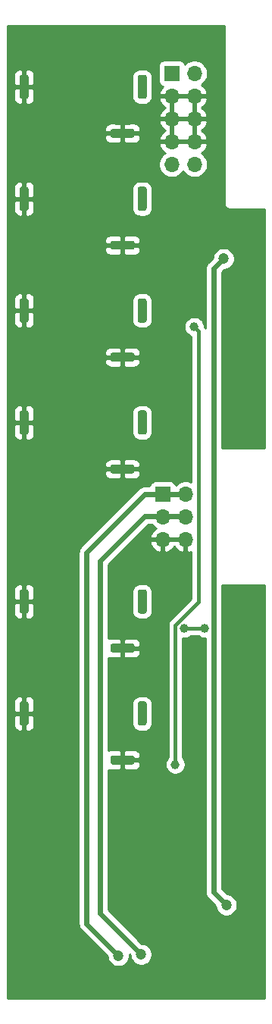
<source format=gbr>
%TF.GenerationSoftware,KiCad,Pcbnew,(5.1.9-0-10_14)*%
%TF.CreationDate,2021-03-07T22:41:29+09:00*%
%TF.ProjectId,jade_hardware,6a616465-5f68-4617-9264-776172652e6b,A*%
%TF.SameCoordinates,Original*%
%TF.FileFunction,Copper,L2,Bot*%
%TF.FilePolarity,Positive*%
%FSLAX46Y46*%
G04 Gerber Fmt 4.6, Leading zero omitted, Abs format (unit mm)*
G04 Created by KiCad (PCBNEW (5.1.9-0-10_14)) date 2021-03-07 22:41:29*
%MOMM*%
%LPD*%
G01*
G04 APERTURE LIST*
%TA.AperFunction,ComponentPad*%
%ADD10O,1.700000X1.700000*%
%TD*%
%TA.AperFunction,ComponentPad*%
%ADD11R,1.700000X1.700000*%
%TD*%
%TA.AperFunction,ViaPad*%
%ADD12C,1.000000*%
%TD*%
%TA.AperFunction,ViaPad*%
%ADD13C,0.800000*%
%TD*%
%TA.AperFunction,ViaPad*%
%ADD14C,1.200000*%
%TD*%
%TA.AperFunction,Conductor*%
%ADD15C,0.600000*%
%TD*%
%TA.AperFunction,Conductor*%
%ADD16C,0.400000*%
%TD*%
%TA.AperFunction,Conductor*%
%ADD17C,0.254000*%
%TD*%
%TA.AperFunction,Conductor*%
%ADD18C,0.100000*%
%TD*%
G04 APERTURE END LIST*
%TO.P,J8,2*%
%TO.N,GND*%
%TA.AperFunction,ComponentPad*%
G36*
G01*
X129600000Y-133200000D02*
X127400000Y-133200000D01*
G75*
G02*
X127150000Y-132950000I0J250000D01*
G01*
X127150000Y-132450000D01*
G75*
G02*
X127400000Y-132200000I250000J0D01*
G01*
X129600000Y-132200000D01*
G75*
G02*
X129850000Y-132450000I0J-250000D01*
G01*
X129850000Y-132950000D01*
G75*
G02*
X129600000Y-133200000I-250000J0D01*
G01*
G37*
%TD.AperFunction*%
%TO.P,J8,3*%
%TO.N,Net-(J8-Pad3)*%
%TA.AperFunction,ComponentPad*%
G36*
G01*
X130200000Y-128600000D02*
X130200000Y-126400000D01*
G75*
G02*
X130450000Y-126150000I250000J0D01*
G01*
X130950000Y-126150000D01*
G75*
G02*
X131200000Y-126400000I0J-250000D01*
G01*
X131200000Y-128600000D01*
G75*
G02*
X130950000Y-128850000I-250000J0D01*
G01*
X130450000Y-128850000D01*
G75*
G02*
X130200000Y-128600000I0J250000D01*
G01*
G37*
%TD.AperFunction*%
%TO.P,J8,1*%
%TO.N,GND*%
%TA.AperFunction,ComponentPad*%
G36*
G01*
X117000000Y-128600000D02*
X117000000Y-126400000D01*
G75*
G02*
X117250000Y-126150000I250000J0D01*
G01*
X117750000Y-126150000D01*
G75*
G02*
X118000000Y-126400000I0J-250000D01*
G01*
X118000000Y-128600000D01*
G75*
G02*
X117750000Y-128850000I-250000J0D01*
G01*
X117250000Y-128850000D01*
G75*
G02*
X117000000Y-128600000I0J250000D01*
G01*
G37*
%TD.AperFunction*%
%TD*%
%TO.P,J7,2*%
%TO.N,GND*%
%TA.AperFunction,ComponentPad*%
G36*
G01*
X129600000Y-120700000D02*
X127400000Y-120700000D01*
G75*
G02*
X127150000Y-120450000I0J250000D01*
G01*
X127150000Y-119950000D01*
G75*
G02*
X127400000Y-119700000I250000J0D01*
G01*
X129600000Y-119700000D01*
G75*
G02*
X129850000Y-119950000I0J-250000D01*
G01*
X129850000Y-120450000D01*
G75*
G02*
X129600000Y-120700000I-250000J0D01*
G01*
G37*
%TD.AperFunction*%
%TO.P,J7,3*%
%TO.N,Net-(J7-Pad3)*%
%TA.AperFunction,ComponentPad*%
G36*
G01*
X130200000Y-116100000D02*
X130200000Y-113900000D01*
G75*
G02*
X130450000Y-113650000I250000J0D01*
G01*
X130950000Y-113650000D01*
G75*
G02*
X131200000Y-113900000I0J-250000D01*
G01*
X131200000Y-116100000D01*
G75*
G02*
X130950000Y-116350000I-250000J0D01*
G01*
X130450000Y-116350000D01*
G75*
G02*
X130200000Y-116100000I0J250000D01*
G01*
G37*
%TD.AperFunction*%
%TO.P,J7,1*%
%TO.N,GND*%
%TA.AperFunction,ComponentPad*%
G36*
G01*
X117000000Y-116100000D02*
X117000000Y-113900000D01*
G75*
G02*
X117250000Y-113650000I250000J0D01*
G01*
X117750000Y-113650000D01*
G75*
G02*
X118000000Y-113900000I0J-250000D01*
G01*
X118000000Y-116100000D01*
G75*
G02*
X117750000Y-116350000I-250000J0D01*
G01*
X117250000Y-116350000D01*
G75*
G02*
X117000000Y-116100000I0J250000D01*
G01*
G37*
%TD.AperFunction*%
%TD*%
D10*
%TO.P,J6,6*%
%TO.N,GND*%
X135540000Y-108080000D03*
%TO.P,J6,5*%
X133000000Y-108080000D03*
%TO.P,J6,4*%
%TO.N,/SCL*%
X135540000Y-105540000D03*
%TO.P,J6,3*%
X133000000Y-105540000D03*
%TO.P,J6,2*%
%TO.N,/SDA*%
X135540000Y-103000000D03*
D11*
%TO.P,J6,1*%
X133000000Y-103000000D03*
%TD*%
D10*
%TO.P,J5,10*%
%TO.N,Net-(J5-Pad10)*%
X136540000Y-66160000D03*
%TO.P,J5,9*%
%TO.N,Net-(J5-Pad9)*%
X134000000Y-66160000D03*
%TO.P,J5,8*%
%TO.N,GND*%
X136540000Y-63620000D03*
%TO.P,J5,7*%
X134000000Y-63620000D03*
%TO.P,J5,6*%
X136540000Y-61080000D03*
%TO.P,J5,5*%
X134000000Y-61080000D03*
%TO.P,J5,4*%
X136540000Y-58540000D03*
%TO.P,J5,3*%
X134000000Y-58540000D03*
%TO.P,J5,2*%
%TO.N,Net-(D5-Pad2)*%
X136540000Y-56000000D03*
D11*
%TO.P,J5,1*%
X134000000Y-56000000D03*
%TD*%
%TO.P,J4,2*%
%TO.N,GND*%
%TA.AperFunction,ComponentPad*%
G36*
G01*
X129600000Y-100700000D02*
X127400000Y-100700000D01*
G75*
G02*
X127150000Y-100450000I0J250000D01*
G01*
X127150000Y-99950000D01*
G75*
G02*
X127400000Y-99700000I250000J0D01*
G01*
X129600000Y-99700000D01*
G75*
G02*
X129850000Y-99950000I0J-250000D01*
G01*
X129850000Y-100450000D01*
G75*
G02*
X129600000Y-100700000I-250000J0D01*
G01*
G37*
%TD.AperFunction*%
%TO.P,J4,3*%
%TO.N,Net-(J4-Pad3)*%
%TA.AperFunction,ComponentPad*%
G36*
G01*
X130200000Y-96100000D02*
X130200000Y-93900000D01*
G75*
G02*
X130450000Y-93650000I250000J0D01*
G01*
X130950000Y-93650000D01*
G75*
G02*
X131200000Y-93900000I0J-250000D01*
G01*
X131200000Y-96100000D01*
G75*
G02*
X130950000Y-96350000I-250000J0D01*
G01*
X130450000Y-96350000D01*
G75*
G02*
X130200000Y-96100000I0J250000D01*
G01*
G37*
%TD.AperFunction*%
%TO.P,J4,1*%
%TO.N,GND*%
%TA.AperFunction,ComponentPad*%
G36*
G01*
X117000000Y-96100000D02*
X117000000Y-93900000D01*
G75*
G02*
X117250000Y-93650000I250000J0D01*
G01*
X117750000Y-93650000D01*
G75*
G02*
X118000000Y-93900000I0J-250000D01*
G01*
X118000000Y-96100000D01*
G75*
G02*
X117750000Y-96350000I-250000J0D01*
G01*
X117250000Y-96350000D01*
G75*
G02*
X117000000Y-96100000I0J250000D01*
G01*
G37*
%TD.AperFunction*%
%TD*%
%TO.P,J3,2*%
%TO.N,GND*%
%TA.AperFunction,ComponentPad*%
G36*
G01*
X129600000Y-88200000D02*
X127400000Y-88200000D01*
G75*
G02*
X127150000Y-87950000I0J250000D01*
G01*
X127150000Y-87450000D01*
G75*
G02*
X127400000Y-87200000I250000J0D01*
G01*
X129600000Y-87200000D01*
G75*
G02*
X129850000Y-87450000I0J-250000D01*
G01*
X129850000Y-87950000D01*
G75*
G02*
X129600000Y-88200000I-250000J0D01*
G01*
G37*
%TD.AperFunction*%
%TO.P,J3,3*%
%TO.N,Net-(J3-Pad3)*%
%TA.AperFunction,ComponentPad*%
G36*
G01*
X130200000Y-83600000D02*
X130200000Y-81400000D01*
G75*
G02*
X130450000Y-81150000I250000J0D01*
G01*
X130950000Y-81150000D01*
G75*
G02*
X131200000Y-81400000I0J-250000D01*
G01*
X131200000Y-83600000D01*
G75*
G02*
X130950000Y-83850000I-250000J0D01*
G01*
X130450000Y-83850000D01*
G75*
G02*
X130200000Y-83600000I0J250000D01*
G01*
G37*
%TD.AperFunction*%
%TO.P,J3,1*%
%TO.N,GND*%
%TA.AperFunction,ComponentPad*%
G36*
G01*
X117000000Y-83600000D02*
X117000000Y-81400000D01*
G75*
G02*
X117250000Y-81150000I250000J0D01*
G01*
X117750000Y-81150000D01*
G75*
G02*
X118000000Y-81400000I0J-250000D01*
G01*
X118000000Y-83600000D01*
G75*
G02*
X117750000Y-83850000I-250000J0D01*
G01*
X117250000Y-83850000D01*
G75*
G02*
X117000000Y-83600000I0J250000D01*
G01*
G37*
%TD.AperFunction*%
%TD*%
%TO.P,J2,2*%
%TO.N,GND*%
%TA.AperFunction,ComponentPad*%
G36*
G01*
X129600000Y-75700000D02*
X127400000Y-75700000D01*
G75*
G02*
X127150000Y-75450000I0J250000D01*
G01*
X127150000Y-74950000D01*
G75*
G02*
X127400000Y-74700000I250000J0D01*
G01*
X129600000Y-74700000D01*
G75*
G02*
X129850000Y-74950000I0J-250000D01*
G01*
X129850000Y-75450000D01*
G75*
G02*
X129600000Y-75700000I-250000J0D01*
G01*
G37*
%TD.AperFunction*%
%TO.P,J2,3*%
%TO.N,Net-(J2-Pad3)*%
%TA.AperFunction,ComponentPad*%
G36*
G01*
X130200000Y-71100000D02*
X130200000Y-68900000D01*
G75*
G02*
X130450000Y-68650000I250000J0D01*
G01*
X130950000Y-68650000D01*
G75*
G02*
X131200000Y-68900000I0J-250000D01*
G01*
X131200000Y-71100000D01*
G75*
G02*
X130950000Y-71350000I-250000J0D01*
G01*
X130450000Y-71350000D01*
G75*
G02*
X130200000Y-71100000I0J250000D01*
G01*
G37*
%TD.AperFunction*%
%TO.P,J2,1*%
%TO.N,GND*%
%TA.AperFunction,ComponentPad*%
G36*
G01*
X117000000Y-71100000D02*
X117000000Y-68900000D01*
G75*
G02*
X117250000Y-68650000I250000J0D01*
G01*
X117750000Y-68650000D01*
G75*
G02*
X118000000Y-68900000I0J-250000D01*
G01*
X118000000Y-71100000D01*
G75*
G02*
X117750000Y-71350000I-250000J0D01*
G01*
X117250000Y-71350000D01*
G75*
G02*
X117000000Y-71100000I0J250000D01*
G01*
G37*
%TD.AperFunction*%
%TD*%
%TO.P,J1,2*%
%TO.N,GND*%
%TA.AperFunction,ComponentPad*%
G36*
G01*
X129600000Y-63200000D02*
X127400000Y-63200000D01*
G75*
G02*
X127150000Y-62950000I0J250000D01*
G01*
X127150000Y-62450000D01*
G75*
G02*
X127400000Y-62200000I250000J0D01*
G01*
X129600000Y-62200000D01*
G75*
G02*
X129850000Y-62450000I0J-250000D01*
G01*
X129850000Y-62950000D01*
G75*
G02*
X129600000Y-63200000I-250000J0D01*
G01*
G37*
%TD.AperFunction*%
%TO.P,J1,3*%
%TO.N,Net-(J1-Pad3)*%
%TA.AperFunction,ComponentPad*%
G36*
G01*
X130200000Y-58600000D02*
X130200000Y-56400000D01*
G75*
G02*
X130450000Y-56150000I250000J0D01*
G01*
X130950000Y-56150000D01*
G75*
G02*
X131200000Y-56400000I0J-250000D01*
G01*
X131200000Y-58600000D01*
G75*
G02*
X130950000Y-58850000I-250000J0D01*
G01*
X130450000Y-58850000D01*
G75*
G02*
X130200000Y-58600000I0J250000D01*
G01*
G37*
%TD.AperFunction*%
%TO.P,J1,1*%
%TO.N,GND*%
%TA.AperFunction,ComponentPad*%
G36*
G01*
X117000000Y-58600000D02*
X117000000Y-56400000D01*
G75*
G02*
X117250000Y-56150000I250000J0D01*
G01*
X117750000Y-56150000D01*
G75*
G02*
X118000000Y-56400000I0J-250000D01*
G01*
X118000000Y-58600000D01*
G75*
G02*
X117750000Y-58850000I-250000J0D01*
G01*
X117250000Y-58850000D01*
G75*
G02*
X117000000Y-58600000I0J250000D01*
G01*
G37*
%TD.AperFunction*%
%TD*%
D12*
%TO.N,GND*%
X143000000Y-83000000D03*
D13*
X117000000Y-52000000D03*
X129000000Y-52000000D03*
X139000000Y-52000000D03*
X117000000Y-64000000D03*
X117000000Y-89000000D03*
X117000000Y-102000000D03*
X117000000Y-109000000D03*
X117000000Y-121000000D03*
X117000000Y-134000000D03*
X117000000Y-154000000D03*
X143000000Y-158000000D03*
X117000000Y-145000000D03*
X143000000Y-148000000D03*
X143000000Y-142000000D03*
X143000000Y-118000000D03*
X143000000Y-114000000D03*
X143000000Y-97000000D03*
X143000000Y-90000000D03*
X131000000Y-89000000D03*
X134500000Y-91000000D03*
X134500000Y-99000000D03*
X123600000Y-104200000D03*
X140400000Y-123600000D03*
X136500000Y-124300000D03*
X119600000Y-137000000D03*
X132500000Y-133500000D03*
X138500000Y-150000000D03*
X139400000Y-73300000D03*
D14*
%TO.N,Net-(D1-Pad1)*%
X140100000Y-148900000D03*
X139800000Y-76700000D03*
D12*
%TO.N,Net-(D2-Pad1)*%
X134400000Y-133200000D03*
X136500000Y-84300000D03*
D14*
%TO.N,/SDA*%
X128042180Y-154542180D03*
%TO.N,/SCL*%
X130582180Y-154417820D03*
D12*
%TO.N,Net-(R13-Pad1)*%
X135382000Y-117983000D03*
X137699990Y-117983000D03*
%TD*%
D15*
%TO.N,Net-(D1-Pad1)*%
X138700000Y-77800000D02*
X139800000Y-76700000D01*
X138700000Y-147500000D02*
X138700000Y-77800000D01*
X140100000Y-148900000D02*
X138700000Y-147500000D01*
D16*
%TO.N,Net-(D2-Pad1)*%
X136999999Y-84799999D02*
X136500000Y-84300000D01*
X136999999Y-115032999D02*
X136999999Y-84799999D01*
X134400000Y-117632998D02*
X136999999Y-115032999D01*
X134400000Y-133200000D02*
X134400000Y-117632998D01*
D15*
%TO.N,/SDA*%
X133000000Y-103000000D02*
X135500000Y-103000000D01*
X124500000Y-151000000D02*
X128042180Y-154542180D01*
X124500000Y-109500000D02*
X124500000Y-151000000D01*
X131000000Y-103000000D02*
X124500000Y-109500000D01*
X133000000Y-103000000D02*
X131000000Y-103000000D01*
%TO.N,/SCL*%
X131000000Y-105500000D02*
X126000000Y-110500000D01*
X126000000Y-149835640D02*
X130582180Y-154417820D01*
X135500000Y-105500000D02*
X131000000Y-105500000D01*
X126000000Y-110500000D02*
X126000000Y-149835640D01*
D16*
%TO.N,Net-(R13-Pad1)*%
X135382000Y-117983000D02*
X137699990Y-117983000D01*
%TD*%
D17*
%TO.N,GND*%
X139840000Y-51532418D02*
X139840001Y-51532428D01*
X139840000Y-70467581D01*
X139836807Y-70500000D01*
X139849550Y-70629383D01*
X139887290Y-70753793D01*
X139948575Y-70868450D01*
X140031052Y-70968948D01*
X140131550Y-71051425D01*
X140246207Y-71112710D01*
X140370617Y-71150450D01*
X140500000Y-71163193D01*
X140532419Y-71160000D01*
X144340001Y-71160000D01*
X144340000Y-97840000D01*
X139635000Y-97840000D01*
X139635000Y-78187289D01*
X139887289Y-77935000D01*
X139921637Y-77935000D01*
X140160236Y-77887540D01*
X140384992Y-77794443D01*
X140587267Y-77659287D01*
X140759287Y-77487267D01*
X140894443Y-77284992D01*
X140987540Y-77060236D01*
X141035000Y-76821637D01*
X141035000Y-76578363D01*
X140987540Y-76339764D01*
X140894443Y-76115008D01*
X140759287Y-75912733D01*
X140587267Y-75740713D01*
X140384992Y-75605557D01*
X140160236Y-75512460D01*
X139921637Y-75465000D01*
X139678363Y-75465000D01*
X139439764Y-75512460D01*
X139215008Y-75605557D01*
X139012733Y-75740713D01*
X138840713Y-75912733D01*
X138705557Y-76115008D01*
X138612460Y-76339764D01*
X138565000Y-76578363D01*
X138565000Y-76612711D01*
X138071336Y-77106375D01*
X138035657Y-77135656D01*
X137918815Y-77278028D01*
X137915093Y-77284992D01*
X137831994Y-77440460D01*
X137778529Y-77616709D01*
X137760476Y-77800000D01*
X137765001Y-77845942D01*
X137765001Y-84459885D01*
X137697635Y-84333853D01*
X137635000Y-84257532D01*
X137635000Y-84188212D01*
X137591383Y-83968933D01*
X137505824Y-83762376D01*
X137381612Y-83576480D01*
X137223520Y-83418388D01*
X137037624Y-83294176D01*
X136831067Y-83208617D01*
X136611788Y-83165000D01*
X136388212Y-83165000D01*
X136168933Y-83208617D01*
X135962376Y-83294176D01*
X135776480Y-83418388D01*
X135618388Y-83576480D01*
X135494176Y-83762376D01*
X135408617Y-83968933D01*
X135365000Y-84188212D01*
X135365000Y-84411788D01*
X135408617Y-84631067D01*
X135494176Y-84837624D01*
X135618388Y-85023520D01*
X135776480Y-85181612D01*
X135962376Y-85305824D01*
X136165000Y-85389754D01*
X136164999Y-101651531D01*
X135973158Y-101572068D01*
X135686260Y-101515000D01*
X135393740Y-101515000D01*
X135106842Y-101572068D01*
X134836589Y-101684010D01*
X134593368Y-101846525D01*
X134461513Y-101978380D01*
X134439502Y-101905820D01*
X134380537Y-101795506D01*
X134301185Y-101698815D01*
X134204494Y-101619463D01*
X134094180Y-101560498D01*
X133974482Y-101524188D01*
X133850000Y-101511928D01*
X132150000Y-101511928D01*
X132025518Y-101524188D01*
X131905820Y-101560498D01*
X131795506Y-101619463D01*
X131698815Y-101698815D01*
X131619463Y-101795506D01*
X131560498Y-101905820D01*
X131524188Y-102025518D01*
X131520299Y-102065000D01*
X131045931Y-102065000D01*
X130999999Y-102060476D01*
X130816707Y-102078529D01*
X130763243Y-102094747D01*
X130640460Y-102131993D01*
X130478028Y-102218814D01*
X130335656Y-102335656D01*
X130306375Y-102371335D01*
X123871341Y-108806370D01*
X123835656Y-108835656D01*
X123718814Y-108978029D01*
X123631993Y-109140461D01*
X123591127Y-109275178D01*
X123578529Y-109316709D01*
X123560476Y-109500000D01*
X123565000Y-109545932D01*
X123565001Y-150954058D01*
X123560476Y-151000000D01*
X123578529Y-151183291D01*
X123631994Y-151359540D01*
X123718815Y-151521972D01*
X123835657Y-151664344D01*
X123871336Y-151693625D01*
X126807180Y-154629470D01*
X126807180Y-154663817D01*
X126854640Y-154902416D01*
X126947737Y-155127172D01*
X127082893Y-155329447D01*
X127254913Y-155501467D01*
X127457188Y-155636623D01*
X127681944Y-155729720D01*
X127920543Y-155777180D01*
X128163817Y-155777180D01*
X128402416Y-155729720D01*
X128627172Y-155636623D01*
X128829447Y-155501467D01*
X129001467Y-155329447D01*
X129136623Y-155127172D01*
X129229720Y-154902416D01*
X129277180Y-154663817D01*
X129277180Y-154435110D01*
X129347180Y-154505110D01*
X129347180Y-154539457D01*
X129394640Y-154778056D01*
X129487737Y-155002812D01*
X129622893Y-155205087D01*
X129794913Y-155377107D01*
X129997188Y-155512263D01*
X130221944Y-155605360D01*
X130460543Y-155652820D01*
X130703817Y-155652820D01*
X130942416Y-155605360D01*
X131167172Y-155512263D01*
X131369447Y-155377107D01*
X131541467Y-155205087D01*
X131676623Y-155002812D01*
X131769720Y-154778056D01*
X131817180Y-154539457D01*
X131817180Y-154296183D01*
X131769720Y-154057584D01*
X131676623Y-153832828D01*
X131541467Y-153630553D01*
X131369447Y-153458533D01*
X131167172Y-153323377D01*
X130942416Y-153230280D01*
X130703817Y-153182820D01*
X130669470Y-153182820D01*
X126935000Y-149448351D01*
X126935000Y-133798354D01*
X127025518Y-133825812D01*
X127150000Y-133838072D01*
X128214250Y-133835000D01*
X128373000Y-133676250D01*
X128373000Y-132827000D01*
X128627000Y-132827000D01*
X128627000Y-133676250D01*
X128785750Y-133835000D01*
X129850000Y-133838072D01*
X129974482Y-133825812D01*
X130094180Y-133789502D01*
X130204494Y-133730537D01*
X130301185Y-133651185D01*
X130380537Y-133554494D01*
X130439502Y-133444180D01*
X130475812Y-133324482D01*
X130488072Y-133200000D01*
X130485000Y-132985750D01*
X130326250Y-132827000D01*
X128627000Y-132827000D01*
X128373000Y-132827000D01*
X128353000Y-132827000D01*
X128353000Y-132573000D01*
X128373000Y-132573000D01*
X128373000Y-131723750D01*
X128627000Y-131723750D01*
X128627000Y-132573000D01*
X130326250Y-132573000D01*
X130485000Y-132414250D01*
X130488072Y-132200000D01*
X130475812Y-132075518D01*
X130439502Y-131955820D01*
X130380537Y-131845506D01*
X130301185Y-131748815D01*
X130204494Y-131669463D01*
X130094180Y-131610498D01*
X129974482Y-131574188D01*
X129850000Y-131561928D01*
X128785750Y-131565000D01*
X128627000Y-131723750D01*
X128373000Y-131723750D01*
X128214250Y-131565000D01*
X127150000Y-131561928D01*
X127025518Y-131574188D01*
X126935000Y-131601646D01*
X126935000Y-126400000D01*
X129561928Y-126400000D01*
X129561928Y-128600000D01*
X129578992Y-128773254D01*
X129629528Y-128939850D01*
X129711595Y-129093386D01*
X129822038Y-129227962D01*
X129956614Y-129338405D01*
X130110150Y-129420472D01*
X130276746Y-129471008D01*
X130450000Y-129488072D01*
X130950000Y-129488072D01*
X131123254Y-129471008D01*
X131289850Y-129420472D01*
X131443386Y-129338405D01*
X131577962Y-129227962D01*
X131688405Y-129093386D01*
X131770472Y-128939850D01*
X131821008Y-128773254D01*
X131838072Y-128600000D01*
X131838072Y-126400000D01*
X131821008Y-126226746D01*
X131770472Y-126060150D01*
X131688405Y-125906614D01*
X131577962Y-125772038D01*
X131443386Y-125661595D01*
X131289850Y-125579528D01*
X131123254Y-125528992D01*
X130950000Y-125511928D01*
X130450000Y-125511928D01*
X130276746Y-125528992D01*
X130110150Y-125579528D01*
X129956614Y-125661595D01*
X129822038Y-125772038D01*
X129711595Y-125906614D01*
X129629528Y-126060150D01*
X129578992Y-126226746D01*
X129561928Y-126400000D01*
X126935000Y-126400000D01*
X126935000Y-121298354D01*
X127025518Y-121325812D01*
X127150000Y-121338072D01*
X128214250Y-121335000D01*
X128373000Y-121176250D01*
X128373000Y-120327000D01*
X128627000Y-120327000D01*
X128627000Y-121176250D01*
X128785750Y-121335000D01*
X129850000Y-121338072D01*
X129974482Y-121325812D01*
X130094180Y-121289502D01*
X130204494Y-121230537D01*
X130301185Y-121151185D01*
X130380537Y-121054494D01*
X130439502Y-120944180D01*
X130475812Y-120824482D01*
X130488072Y-120700000D01*
X130485000Y-120485750D01*
X130326250Y-120327000D01*
X128627000Y-120327000D01*
X128373000Y-120327000D01*
X128353000Y-120327000D01*
X128353000Y-120073000D01*
X128373000Y-120073000D01*
X128373000Y-119223750D01*
X128627000Y-119223750D01*
X128627000Y-120073000D01*
X130326250Y-120073000D01*
X130485000Y-119914250D01*
X130488072Y-119700000D01*
X130475812Y-119575518D01*
X130439502Y-119455820D01*
X130380537Y-119345506D01*
X130301185Y-119248815D01*
X130204494Y-119169463D01*
X130094180Y-119110498D01*
X129974482Y-119074188D01*
X129850000Y-119061928D01*
X128785750Y-119065000D01*
X128627000Y-119223750D01*
X128373000Y-119223750D01*
X128214250Y-119065000D01*
X127150000Y-119061928D01*
X127025518Y-119074188D01*
X126935000Y-119101646D01*
X126935000Y-113900000D01*
X129561928Y-113900000D01*
X129561928Y-116100000D01*
X129578992Y-116273254D01*
X129629528Y-116439850D01*
X129711595Y-116593386D01*
X129822038Y-116727962D01*
X129956614Y-116838405D01*
X130110150Y-116920472D01*
X130276746Y-116971008D01*
X130450000Y-116988072D01*
X130950000Y-116988072D01*
X131123254Y-116971008D01*
X131289850Y-116920472D01*
X131443386Y-116838405D01*
X131577962Y-116727962D01*
X131688405Y-116593386D01*
X131770472Y-116439850D01*
X131821008Y-116273254D01*
X131838072Y-116100000D01*
X131838072Y-113900000D01*
X131821008Y-113726746D01*
X131770472Y-113560150D01*
X131688405Y-113406614D01*
X131577962Y-113272038D01*
X131443386Y-113161595D01*
X131289850Y-113079528D01*
X131123254Y-113028992D01*
X130950000Y-113011928D01*
X130450000Y-113011928D01*
X130276746Y-113028992D01*
X130110150Y-113079528D01*
X129956614Y-113161595D01*
X129822038Y-113272038D01*
X129711595Y-113406614D01*
X129629528Y-113560150D01*
X129578992Y-113726746D01*
X129561928Y-113900000D01*
X126935000Y-113900000D01*
X126935000Y-110887289D01*
X129385399Y-108436890D01*
X131558524Y-108436890D01*
X131603175Y-108584099D01*
X131728359Y-108846920D01*
X131902412Y-109080269D01*
X132118645Y-109275178D01*
X132368748Y-109424157D01*
X132643109Y-109521481D01*
X132873000Y-109400814D01*
X132873000Y-108207000D01*
X133127000Y-108207000D01*
X133127000Y-109400814D01*
X133356891Y-109521481D01*
X133631252Y-109424157D01*
X133881355Y-109275178D01*
X134097588Y-109080269D01*
X134270000Y-108849120D01*
X134442412Y-109080269D01*
X134658645Y-109275178D01*
X134908748Y-109424157D01*
X135183109Y-109521481D01*
X135413000Y-109400814D01*
X135413000Y-108207000D01*
X133127000Y-108207000D01*
X132873000Y-108207000D01*
X131679845Y-108207000D01*
X131558524Y-108436890D01*
X129385399Y-108436890D01*
X131387289Y-106435000D01*
X131812026Y-106435000D01*
X131846525Y-106486632D01*
X132053368Y-106693475D01*
X132235534Y-106815195D01*
X132118645Y-106884822D01*
X131902412Y-107079731D01*
X131728359Y-107313080D01*
X131603175Y-107575901D01*
X131558524Y-107723110D01*
X131679845Y-107953000D01*
X132873000Y-107953000D01*
X132873000Y-107933000D01*
X133127000Y-107933000D01*
X133127000Y-107953000D01*
X135413000Y-107953000D01*
X135413000Y-107933000D01*
X135667000Y-107933000D01*
X135667000Y-107953000D01*
X135687000Y-107953000D01*
X135687000Y-108207000D01*
X135667000Y-108207000D01*
X135667000Y-109400814D01*
X135896891Y-109521481D01*
X136164999Y-109426375D01*
X136164999Y-114687130D01*
X133838574Y-117013557D01*
X133806710Y-117039707D01*
X133780562Y-117071569D01*
X133702364Y-117166853D01*
X133624828Y-117311912D01*
X133577082Y-117469310D01*
X133560960Y-117632998D01*
X133565001Y-117674027D01*
X133565000Y-132429868D01*
X133518388Y-132476480D01*
X133394176Y-132662376D01*
X133308617Y-132868933D01*
X133265000Y-133088212D01*
X133265000Y-133311788D01*
X133308617Y-133531067D01*
X133394176Y-133737624D01*
X133518388Y-133923520D01*
X133676480Y-134081612D01*
X133862376Y-134205824D01*
X134068933Y-134291383D01*
X134288212Y-134335000D01*
X134511788Y-134335000D01*
X134731067Y-134291383D01*
X134937624Y-134205824D01*
X135123520Y-134081612D01*
X135281612Y-133923520D01*
X135405824Y-133737624D01*
X135491383Y-133531067D01*
X135535000Y-133311788D01*
X135535000Y-133088212D01*
X135491383Y-132868933D01*
X135405824Y-132662376D01*
X135281612Y-132476480D01*
X135235000Y-132429868D01*
X135235000Y-119110996D01*
X135270212Y-119118000D01*
X135493788Y-119118000D01*
X135713067Y-119074383D01*
X135919624Y-118988824D01*
X136105520Y-118864612D01*
X136152132Y-118818000D01*
X136929858Y-118818000D01*
X136976470Y-118864612D01*
X137162366Y-118988824D01*
X137368923Y-119074383D01*
X137588202Y-119118000D01*
X137765000Y-119118000D01*
X137765000Y-147454068D01*
X137760476Y-147500000D01*
X137765000Y-147545931D01*
X137778529Y-147683291D01*
X137831993Y-147859539D01*
X137918814Y-148021971D01*
X138035656Y-148164344D01*
X138071341Y-148193630D01*
X138865000Y-148987290D01*
X138865000Y-149021637D01*
X138912460Y-149260236D01*
X139005557Y-149484992D01*
X139140713Y-149687267D01*
X139312733Y-149859287D01*
X139515008Y-149994443D01*
X139739764Y-150087540D01*
X139978363Y-150135000D01*
X140221637Y-150135000D01*
X140460236Y-150087540D01*
X140684992Y-149994443D01*
X140887267Y-149859287D01*
X141059287Y-149687267D01*
X141194443Y-149484992D01*
X141287540Y-149260236D01*
X141335000Y-149021637D01*
X141335000Y-148778363D01*
X141287540Y-148539764D01*
X141194443Y-148315008D01*
X141059287Y-148112733D01*
X140887267Y-147940713D01*
X140684992Y-147805557D01*
X140460236Y-147712460D01*
X140221637Y-147665000D01*
X140187290Y-147665000D01*
X139635000Y-147112711D01*
X139635000Y-113160000D01*
X144340001Y-113160000D01*
X144340000Y-159340000D01*
X115660000Y-159340000D01*
X115660000Y-128850000D01*
X116361928Y-128850000D01*
X116374188Y-128974482D01*
X116410498Y-129094180D01*
X116469463Y-129204494D01*
X116548815Y-129301185D01*
X116645506Y-129380537D01*
X116755820Y-129439502D01*
X116875518Y-129475812D01*
X117000000Y-129488072D01*
X117214250Y-129485000D01*
X117373000Y-129326250D01*
X117373000Y-127627000D01*
X117627000Y-127627000D01*
X117627000Y-129326250D01*
X117785750Y-129485000D01*
X118000000Y-129488072D01*
X118124482Y-129475812D01*
X118244180Y-129439502D01*
X118354494Y-129380537D01*
X118451185Y-129301185D01*
X118530537Y-129204494D01*
X118589502Y-129094180D01*
X118625812Y-128974482D01*
X118638072Y-128850000D01*
X118635000Y-127785750D01*
X118476250Y-127627000D01*
X117627000Y-127627000D01*
X117373000Y-127627000D01*
X116523750Y-127627000D01*
X116365000Y-127785750D01*
X116361928Y-128850000D01*
X115660000Y-128850000D01*
X115660000Y-126150000D01*
X116361928Y-126150000D01*
X116365000Y-127214250D01*
X116523750Y-127373000D01*
X117373000Y-127373000D01*
X117373000Y-125673750D01*
X117627000Y-125673750D01*
X117627000Y-127373000D01*
X118476250Y-127373000D01*
X118635000Y-127214250D01*
X118638072Y-126150000D01*
X118625812Y-126025518D01*
X118589502Y-125905820D01*
X118530537Y-125795506D01*
X118451185Y-125698815D01*
X118354494Y-125619463D01*
X118244180Y-125560498D01*
X118124482Y-125524188D01*
X118000000Y-125511928D01*
X117785750Y-125515000D01*
X117627000Y-125673750D01*
X117373000Y-125673750D01*
X117214250Y-125515000D01*
X117000000Y-125511928D01*
X116875518Y-125524188D01*
X116755820Y-125560498D01*
X116645506Y-125619463D01*
X116548815Y-125698815D01*
X116469463Y-125795506D01*
X116410498Y-125905820D01*
X116374188Y-126025518D01*
X116361928Y-126150000D01*
X115660000Y-126150000D01*
X115660000Y-116350000D01*
X116361928Y-116350000D01*
X116374188Y-116474482D01*
X116410498Y-116594180D01*
X116469463Y-116704494D01*
X116548815Y-116801185D01*
X116645506Y-116880537D01*
X116755820Y-116939502D01*
X116875518Y-116975812D01*
X117000000Y-116988072D01*
X117214250Y-116985000D01*
X117373000Y-116826250D01*
X117373000Y-115127000D01*
X117627000Y-115127000D01*
X117627000Y-116826250D01*
X117785750Y-116985000D01*
X118000000Y-116988072D01*
X118124482Y-116975812D01*
X118244180Y-116939502D01*
X118354494Y-116880537D01*
X118451185Y-116801185D01*
X118530537Y-116704494D01*
X118589502Y-116594180D01*
X118625812Y-116474482D01*
X118638072Y-116350000D01*
X118635000Y-115285750D01*
X118476250Y-115127000D01*
X117627000Y-115127000D01*
X117373000Y-115127000D01*
X116523750Y-115127000D01*
X116365000Y-115285750D01*
X116361928Y-116350000D01*
X115660000Y-116350000D01*
X115660000Y-113650000D01*
X116361928Y-113650000D01*
X116365000Y-114714250D01*
X116523750Y-114873000D01*
X117373000Y-114873000D01*
X117373000Y-113173750D01*
X117627000Y-113173750D01*
X117627000Y-114873000D01*
X118476250Y-114873000D01*
X118635000Y-114714250D01*
X118638072Y-113650000D01*
X118625812Y-113525518D01*
X118589502Y-113405820D01*
X118530537Y-113295506D01*
X118451185Y-113198815D01*
X118354494Y-113119463D01*
X118244180Y-113060498D01*
X118124482Y-113024188D01*
X118000000Y-113011928D01*
X117785750Y-113015000D01*
X117627000Y-113173750D01*
X117373000Y-113173750D01*
X117214250Y-113015000D01*
X117000000Y-113011928D01*
X116875518Y-113024188D01*
X116755820Y-113060498D01*
X116645506Y-113119463D01*
X116548815Y-113198815D01*
X116469463Y-113295506D01*
X116410498Y-113405820D01*
X116374188Y-113525518D01*
X116361928Y-113650000D01*
X115660000Y-113650000D01*
X115660000Y-100700000D01*
X126511928Y-100700000D01*
X126524188Y-100824482D01*
X126560498Y-100944180D01*
X126619463Y-101054494D01*
X126698815Y-101151185D01*
X126795506Y-101230537D01*
X126905820Y-101289502D01*
X127025518Y-101325812D01*
X127150000Y-101338072D01*
X128214250Y-101335000D01*
X128373000Y-101176250D01*
X128373000Y-100327000D01*
X128627000Y-100327000D01*
X128627000Y-101176250D01*
X128785750Y-101335000D01*
X129850000Y-101338072D01*
X129974482Y-101325812D01*
X130094180Y-101289502D01*
X130204494Y-101230537D01*
X130301185Y-101151185D01*
X130380537Y-101054494D01*
X130439502Y-100944180D01*
X130475812Y-100824482D01*
X130488072Y-100700000D01*
X130485000Y-100485750D01*
X130326250Y-100327000D01*
X128627000Y-100327000D01*
X128373000Y-100327000D01*
X126673750Y-100327000D01*
X126515000Y-100485750D01*
X126511928Y-100700000D01*
X115660000Y-100700000D01*
X115660000Y-99700000D01*
X126511928Y-99700000D01*
X126515000Y-99914250D01*
X126673750Y-100073000D01*
X128373000Y-100073000D01*
X128373000Y-99223750D01*
X128627000Y-99223750D01*
X128627000Y-100073000D01*
X130326250Y-100073000D01*
X130485000Y-99914250D01*
X130488072Y-99700000D01*
X130475812Y-99575518D01*
X130439502Y-99455820D01*
X130380537Y-99345506D01*
X130301185Y-99248815D01*
X130204494Y-99169463D01*
X130094180Y-99110498D01*
X129974482Y-99074188D01*
X129850000Y-99061928D01*
X128785750Y-99065000D01*
X128627000Y-99223750D01*
X128373000Y-99223750D01*
X128214250Y-99065000D01*
X127150000Y-99061928D01*
X127025518Y-99074188D01*
X126905820Y-99110498D01*
X126795506Y-99169463D01*
X126698815Y-99248815D01*
X126619463Y-99345506D01*
X126560498Y-99455820D01*
X126524188Y-99575518D01*
X126511928Y-99700000D01*
X115660000Y-99700000D01*
X115660000Y-96350000D01*
X116361928Y-96350000D01*
X116374188Y-96474482D01*
X116410498Y-96594180D01*
X116469463Y-96704494D01*
X116548815Y-96801185D01*
X116645506Y-96880537D01*
X116755820Y-96939502D01*
X116875518Y-96975812D01*
X117000000Y-96988072D01*
X117214250Y-96985000D01*
X117373000Y-96826250D01*
X117373000Y-95127000D01*
X117627000Y-95127000D01*
X117627000Y-96826250D01*
X117785750Y-96985000D01*
X118000000Y-96988072D01*
X118124482Y-96975812D01*
X118244180Y-96939502D01*
X118354494Y-96880537D01*
X118451185Y-96801185D01*
X118530537Y-96704494D01*
X118589502Y-96594180D01*
X118625812Y-96474482D01*
X118638072Y-96350000D01*
X118635000Y-95285750D01*
X118476250Y-95127000D01*
X117627000Y-95127000D01*
X117373000Y-95127000D01*
X116523750Y-95127000D01*
X116365000Y-95285750D01*
X116361928Y-96350000D01*
X115660000Y-96350000D01*
X115660000Y-93650000D01*
X116361928Y-93650000D01*
X116365000Y-94714250D01*
X116523750Y-94873000D01*
X117373000Y-94873000D01*
X117373000Y-93173750D01*
X117627000Y-93173750D01*
X117627000Y-94873000D01*
X118476250Y-94873000D01*
X118635000Y-94714250D01*
X118637350Y-93900000D01*
X129561928Y-93900000D01*
X129561928Y-96100000D01*
X129578992Y-96273254D01*
X129629528Y-96439850D01*
X129711595Y-96593386D01*
X129822038Y-96727962D01*
X129956614Y-96838405D01*
X130110150Y-96920472D01*
X130276746Y-96971008D01*
X130450000Y-96988072D01*
X130950000Y-96988072D01*
X131123254Y-96971008D01*
X131289850Y-96920472D01*
X131443386Y-96838405D01*
X131577962Y-96727962D01*
X131688405Y-96593386D01*
X131770472Y-96439850D01*
X131821008Y-96273254D01*
X131838072Y-96100000D01*
X131838072Y-93900000D01*
X131821008Y-93726746D01*
X131770472Y-93560150D01*
X131688405Y-93406614D01*
X131577962Y-93272038D01*
X131443386Y-93161595D01*
X131289850Y-93079528D01*
X131123254Y-93028992D01*
X130950000Y-93011928D01*
X130450000Y-93011928D01*
X130276746Y-93028992D01*
X130110150Y-93079528D01*
X129956614Y-93161595D01*
X129822038Y-93272038D01*
X129711595Y-93406614D01*
X129629528Y-93560150D01*
X129578992Y-93726746D01*
X129561928Y-93900000D01*
X118637350Y-93900000D01*
X118638072Y-93650000D01*
X118625812Y-93525518D01*
X118589502Y-93405820D01*
X118530537Y-93295506D01*
X118451185Y-93198815D01*
X118354494Y-93119463D01*
X118244180Y-93060498D01*
X118124482Y-93024188D01*
X118000000Y-93011928D01*
X117785750Y-93015000D01*
X117627000Y-93173750D01*
X117373000Y-93173750D01*
X117214250Y-93015000D01*
X117000000Y-93011928D01*
X116875518Y-93024188D01*
X116755820Y-93060498D01*
X116645506Y-93119463D01*
X116548815Y-93198815D01*
X116469463Y-93295506D01*
X116410498Y-93405820D01*
X116374188Y-93525518D01*
X116361928Y-93650000D01*
X115660000Y-93650000D01*
X115660000Y-88200000D01*
X126511928Y-88200000D01*
X126524188Y-88324482D01*
X126560498Y-88444180D01*
X126619463Y-88554494D01*
X126698815Y-88651185D01*
X126795506Y-88730537D01*
X126905820Y-88789502D01*
X127025518Y-88825812D01*
X127150000Y-88838072D01*
X128214250Y-88835000D01*
X128373000Y-88676250D01*
X128373000Y-87827000D01*
X128627000Y-87827000D01*
X128627000Y-88676250D01*
X128785750Y-88835000D01*
X129850000Y-88838072D01*
X129974482Y-88825812D01*
X130094180Y-88789502D01*
X130204494Y-88730537D01*
X130301185Y-88651185D01*
X130380537Y-88554494D01*
X130439502Y-88444180D01*
X130475812Y-88324482D01*
X130488072Y-88200000D01*
X130485000Y-87985750D01*
X130326250Y-87827000D01*
X128627000Y-87827000D01*
X128373000Y-87827000D01*
X126673750Y-87827000D01*
X126515000Y-87985750D01*
X126511928Y-88200000D01*
X115660000Y-88200000D01*
X115660000Y-87200000D01*
X126511928Y-87200000D01*
X126515000Y-87414250D01*
X126673750Y-87573000D01*
X128373000Y-87573000D01*
X128373000Y-86723750D01*
X128627000Y-86723750D01*
X128627000Y-87573000D01*
X130326250Y-87573000D01*
X130485000Y-87414250D01*
X130488072Y-87200000D01*
X130475812Y-87075518D01*
X130439502Y-86955820D01*
X130380537Y-86845506D01*
X130301185Y-86748815D01*
X130204494Y-86669463D01*
X130094180Y-86610498D01*
X129974482Y-86574188D01*
X129850000Y-86561928D01*
X128785750Y-86565000D01*
X128627000Y-86723750D01*
X128373000Y-86723750D01*
X128214250Y-86565000D01*
X127150000Y-86561928D01*
X127025518Y-86574188D01*
X126905820Y-86610498D01*
X126795506Y-86669463D01*
X126698815Y-86748815D01*
X126619463Y-86845506D01*
X126560498Y-86955820D01*
X126524188Y-87075518D01*
X126511928Y-87200000D01*
X115660000Y-87200000D01*
X115660000Y-83850000D01*
X116361928Y-83850000D01*
X116374188Y-83974482D01*
X116410498Y-84094180D01*
X116469463Y-84204494D01*
X116548815Y-84301185D01*
X116645506Y-84380537D01*
X116755820Y-84439502D01*
X116875518Y-84475812D01*
X117000000Y-84488072D01*
X117214250Y-84485000D01*
X117373000Y-84326250D01*
X117373000Y-82627000D01*
X117627000Y-82627000D01*
X117627000Y-84326250D01*
X117785750Y-84485000D01*
X118000000Y-84488072D01*
X118124482Y-84475812D01*
X118244180Y-84439502D01*
X118354494Y-84380537D01*
X118451185Y-84301185D01*
X118530537Y-84204494D01*
X118589502Y-84094180D01*
X118625812Y-83974482D01*
X118638072Y-83850000D01*
X118635000Y-82785750D01*
X118476250Y-82627000D01*
X117627000Y-82627000D01*
X117373000Y-82627000D01*
X116523750Y-82627000D01*
X116365000Y-82785750D01*
X116361928Y-83850000D01*
X115660000Y-83850000D01*
X115660000Y-81150000D01*
X116361928Y-81150000D01*
X116365000Y-82214250D01*
X116523750Y-82373000D01*
X117373000Y-82373000D01*
X117373000Y-80673750D01*
X117627000Y-80673750D01*
X117627000Y-82373000D01*
X118476250Y-82373000D01*
X118635000Y-82214250D01*
X118637350Y-81400000D01*
X129561928Y-81400000D01*
X129561928Y-83600000D01*
X129578992Y-83773254D01*
X129629528Y-83939850D01*
X129711595Y-84093386D01*
X129822038Y-84227962D01*
X129956614Y-84338405D01*
X130110150Y-84420472D01*
X130276746Y-84471008D01*
X130450000Y-84488072D01*
X130950000Y-84488072D01*
X131123254Y-84471008D01*
X131289850Y-84420472D01*
X131443386Y-84338405D01*
X131577962Y-84227962D01*
X131688405Y-84093386D01*
X131770472Y-83939850D01*
X131821008Y-83773254D01*
X131838072Y-83600000D01*
X131838072Y-81400000D01*
X131821008Y-81226746D01*
X131770472Y-81060150D01*
X131688405Y-80906614D01*
X131577962Y-80772038D01*
X131443386Y-80661595D01*
X131289850Y-80579528D01*
X131123254Y-80528992D01*
X130950000Y-80511928D01*
X130450000Y-80511928D01*
X130276746Y-80528992D01*
X130110150Y-80579528D01*
X129956614Y-80661595D01*
X129822038Y-80772038D01*
X129711595Y-80906614D01*
X129629528Y-81060150D01*
X129578992Y-81226746D01*
X129561928Y-81400000D01*
X118637350Y-81400000D01*
X118638072Y-81150000D01*
X118625812Y-81025518D01*
X118589502Y-80905820D01*
X118530537Y-80795506D01*
X118451185Y-80698815D01*
X118354494Y-80619463D01*
X118244180Y-80560498D01*
X118124482Y-80524188D01*
X118000000Y-80511928D01*
X117785750Y-80515000D01*
X117627000Y-80673750D01*
X117373000Y-80673750D01*
X117214250Y-80515000D01*
X117000000Y-80511928D01*
X116875518Y-80524188D01*
X116755820Y-80560498D01*
X116645506Y-80619463D01*
X116548815Y-80698815D01*
X116469463Y-80795506D01*
X116410498Y-80905820D01*
X116374188Y-81025518D01*
X116361928Y-81150000D01*
X115660000Y-81150000D01*
X115660000Y-75700000D01*
X126511928Y-75700000D01*
X126524188Y-75824482D01*
X126560498Y-75944180D01*
X126619463Y-76054494D01*
X126698815Y-76151185D01*
X126795506Y-76230537D01*
X126905820Y-76289502D01*
X127025518Y-76325812D01*
X127150000Y-76338072D01*
X128214250Y-76335000D01*
X128373000Y-76176250D01*
X128373000Y-75327000D01*
X128627000Y-75327000D01*
X128627000Y-76176250D01*
X128785750Y-76335000D01*
X129850000Y-76338072D01*
X129974482Y-76325812D01*
X130094180Y-76289502D01*
X130204494Y-76230537D01*
X130301185Y-76151185D01*
X130380537Y-76054494D01*
X130439502Y-75944180D01*
X130475812Y-75824482D01*
X130488072Y-75700000D01*
X130485000Y-75485750D01*
X130326250Y-75327000D01*
X128627000Y-75327000D01*
X128373000Y-75327000D01*
X126673750Y-75327000D01*
X126515000Y-75485750D01*
X126511928Y-75700000D01*
X115660000Y-75700000D01*
X115660000Y-74700000D01*
X126511928Y-74700000D01*
X126515000Y-74914250D01*
X126673750Y-75073000D01*
X128373000Y-75073000D01*
X128373000Y-74223750D01*
X128627000Y-74223750D01*
X128627000Y-75073000D01*
X130326250Y-75073000D01*
X130485000Y-74914250D01*
X130488072Y-74700000D01*
X130475812Y-74575518D01*
X130439502Y-74455820D01*
X130380537Y-74345506D01*
X130301185Y-74248815D01*
X130204494Y-74169463D01*
X130094180Y-74110498D01*
X129974482Y-74074188D01*
X129850000Y-74061928D01*
X128785750Y-74065000D01*
X128627000Y-74223750D01*
X128373000Y-74223750D01*
X128214250Y-74065000D01*
X127150000Y-74061928D01*
X127025518Y-74074188D01*
X126905820Y-74110498D01*
X126795506Y-74169463D01*
X126698815Y-74248815D01*
X126619463Y-74345506D01*
X126560498Y-74455820D01*
X126524188Y-74575518D01*
X126511928Y-74700000D01*
X115660000Y-74700000D01*
X115660000Y-71350000D01*
X116361928Y-71350000D01*
X116374188Y-71474482D01*
X116410498Y-71594180D01*
X116469463Y-71704494D01*
X116548815Y-71801185D01*
X116645506Y-71880537D01*
X116755820Y-71939502D01*
X116875518Y-71975812D01*
X117000000Y-71988072D01*
X117214250Y-71985000D01*
X117373000Y-71826250D01*
X117373000Y-70127000D01*
X117627000Y-70127000D01*
X117627000Y-71826250D01*
X117785750Y-71985000D01*
X118000000Y-71988072D01*
X118124482Y-71975812D01*
X118244180Y-71939502D01*
X118354494Y-71880537D01*
X118451185Y-71801185D01*
X118530537Y-71704494D01*
X118589502Y-71594180D01*
X118625812Y-71474482D01*
X118638072Y-71350000D01*
X118635000Y-70285750D01*
X118476250Y-70127000D01*
X117627000Y-70127000D01*
X117373000Y-70127000D01*
X116523750Y-70127000D01*
X116365000Y-70285750D01*
X116361928Y-71350000D01*
X115660000Y-71350000D01*
X115660000Y-68650000D01*
X116361928Y-68650000D01*
X116365000Y-69714250D01*
X116523750Y-69873000D01*
X117373000Y-69873000D01*
X117373000Y-68173750D01*
X117627000Y-68173750D01*
X117627000Y-69873000D01*
X118476250Y-69873000D01*
X118635000Y-69714250D01*
X118637350Y-68900000D01*
X129561928Y-68900000D01*
X129561928Y-71100000D01*
X129578992Y-71273254D01*
X129629528Y-71439850D01*
X129711595Y-71593386D01*
X129822038Y-71727962D01*
X129956614Y-71838405D01*
X130110150Y-71920472D01*
X130276746Y-71971008D01*
X130450000Y-71988072D01*
X130950000Y-71988072D01*
X131123254Y-71971008D01*
X131289850Y-71920472D01*
X131443386Y-71838405D01*
X131577962Y-71727962D01*
X131688405Y-71593386D01*
X131770472Y-71439850D01*
X131821008Y-71273254D01*
X131838072Y-71100000D01*
X131838072Y-68900000D01*
X131821008Y-68726746D01*
X131770472Y-68560150D01*
X131688405Y-68406614D01*
X131577962Y-68272038D01*
X131443386Y-68161595D01*
X131289850Y-68079528D01*
X131123254Y-68028992D01*
X130950000Y-68011928D01*
X130450000Y-68011928D01*
X130276746Y-68028992D01*
X130110150Y-68079528D01*
X129956614Y-68161595D01*
X129822038Y-68272038D01*
X129711595Y-68406614D01*
X129629528Y-68560150D01*
X129578992Y-68726746D01*
X129561928Y-68900000D01*
X118637350Y-68900000D01*
X118638072Y-68650000D01*
X118625812Y-68525518D01*
X118589502Y-68405820D01*
X118530537Y-68295506D01*
X118451185Y-68198815D01*
X118354494Y-68119463D01*
X118244180Y-68060498D01*
X118124482Y-68024188D01*
X118000000Y-68011928D01*
X117785750Y-68015000D01*
X117627000Y-68173750D01*
X117373000Y-68173750D01*
X117214250Y-68015000D01*
X117000000Y-68011928D01*
X116875518Y-68024188D01*
X116755820Y-68060498D01*
X116645506Y-68119463D01*
X116548815Y-68198815D01*
X116469463Y-68295506D01*
X116410498Y-68405820D01*
X116374188Y-68525518D01*
X116361928Y-68650000D01*
X115660000Y-68650000D01*
X115660000Y-66013740D01*
X132515000Y-66013740D01*
X132515000Y-66306260D01*
X132572068Y-66593158D01*
X132684010Y-66863411D01*
X132846525Y-67106632D01*
X133053368Y-67313475D01*
X133296589Y-67475990D01*
X133566842Y-67587932D01*
X133853740Y-67645000D01*
X134146260Y-67645000D01*
X134433158Y-67587932D01*
X134703411Y-67475990D01*
X134946632Y-67313475D01*
X135153475Y-67106632D01*
X135270000Y-66932240D01*
X135386525Y-67106632D01*
X135593368Y-67313475D01*
X135836589Y-67475990D01*
X136106842Y-67587932D01*
X136393740Y-67645000D01*
X136686260Y-67645000D01*
X136973158Y-67587932D01*
X137243411Y-67475990D01*
X137486632Y-67313475D01*
X137693475Y-67106632D01*
X137855990Y-66863411D01*
X137967932Y-66593158D01*
X138025000Y-66306260D01*
X138025000Y-66013740D01*
X137967932Y-65726842D01*
X137855990Y-65456589D01*
X137693475Y-65213368D01*
X137486632Y-65006525D01*
X137304466Y-64884805D01*
X137421355Y-64815178D01*
X137637588Y-64620269D01*
X137811641Y-64386920D01*
X137936825Y-64124099D01*
X137981476Y-63976890D01*
X137860155Y-63747000D01*
X136667000Y-63747000D01*
X136667000Y-63767000D01*
X136413000Y-63767000D01*
X136413000Y-63747000D01*
X134127000Y-63747000D01*
X134127000Y-63767000D01*
X133873000Y-63767000D01*
X133873000Y-63747000D01*
X132679845Y-63747000D01*
X132558524Y-63976890D01*
X132603175Y-64124099D01*
X132728359Y-64386920D01*
X132902412Y-64620269D01*
X133118645Y-64815178D01*
X133235534Y-64884805D01*
X133053368Y-65006525D01*
X132846525Y-65213368D01*
X132684010Y-65456589D01*
X132572068Y-65726842D01*
X132515000Y-66013740D01*
X115660000Y-66013740D01*
X115660000Y-63200000D01*
X126511928Y-63200000D01*
X126524188Y-63324482D01*
X126560498Y-63444180D01*
X126619463Y-63554494D01*
X126698815Y-63651185D01*
X126795506Y-63730537D01*
X126905820Y-63789502D01*
X127025518Y-63825812D01*
X127150000Y-63838072D01*
X128214250Y-63835000D01*
X128373000Y-63676250D01*
X128373000Y-62827000D01*
X128627000Y-62827000D01*
X128627000Y-63676250D01*
X128785750Y-63835000D01*
X129850000Y-63838072D01*
X129974482Y-63825812D01*
X130094180Y-63789502D01*
X130204494Y-63730537D01*
X130301185Y-63651185D01*
X130380537Y-63554494D01*
X130439502Y-63444180D01*
X130475812Y-63324482D01*
X130488072Y-63200000D01*
X130485000Y-62985750D01*
X130326250Y-62827000D01*
X128627000Y-62827000D01*
X128373000Y-62827000D01*
X126673750Y-62827000D01*
X126515000Y-62985750D01*
X126511928Y-63200000D01*
X115660000Y-63200000D01*
X115660000Y-62200000D01*
X126511928Y-62200000D01*
X126515000Y-62414250D01*
X126673750Y-62573000D01*
X128373000Y-62573000D01*
X128373000Y-61723750D01*
X128627000Y-61723750D01*
X128627000Y-62573000D01*
X130326250Y-62573000D01*
X130485000Y-62414250D01*
X130488072Y-62200000D01*
X130475812Y-62075518D01*
X130439502Y-61955820D01*
X130380537Y-61845506D01*
X130301185Y-61748815D01*
X130204494Y-61669463D01*
X130094180Y-61610498D01*
X129974482Y-61574188D01*
X129850000Y-61561928D01*
X128785750Y-61565000D01*
X128627000Y-61723750D01*
X128373000Y-61723750D01*
X128214250Y-61565000D01*
X127150000Y-61561928D01*
X127025518Y-61574188D01*
X126905820Y-61610498D01*
X126795506Y-61669463D01*
X126698815Y-61748815D01*
X126619463Y-61845506D01*
X126560498Y-61955820D01*
X126524188Y-62075518D01*
X126511928Y-62200000D01*
X115660000Y-62200000D01*
X115660000Y-61436890D01*
X132558524Y-61436890D01*
X132603175Y-61584099D01*
X132728359Y-61846920D01*
X132902412Y-62080269D01*
X133118645Y-62275178D01*
X133244255Y-62350000D01*
X133118645Y-62424822D01*
X132902412Y-62619731D01*
X132728359Y-62853080D01*
X132603175Y-63115901D01*
X132558524Y-63263110D01*
X132679845Y-63493000D01*
X133873000Y-63493000D01*
X133873000Y-61207000D01*
X134127000Y-61207000D01*
X134127000Y-63493000D01*
X136413000Y-63493000D01*
X136413000Y-61207000D01*
X136667000Y-61207000D01*
X136667000Y-63493000D01*
X137860155Y-63493000D01*
X137981476Y-63263110D01*
X137936825Y-63115901D01*
X137811641Y-62853080D01*
X137637588Y-62619731D01*
X137421355Y-62424822D01*
X137295745Y-62350000D01*
X137421355Y-62275178D01*
X137637588Y-62080269D01*
X137811641Y-61846920D01*
X137936825Y-61584099D01*
X137981476Y-61436890D01*
X137860155Y-61207000D01*
X136667000Y-61207000D01*
X136413000Y-61207000D01*
X134127000Y-61207000D01*
X133873000Y-61207000D01*
X132679845Y-61207000D01*
X132558524Y-61436890D01*
X115660000Y-61436890D01*
X115660000Y-58850000D01*
X116361928Y-58850000D01*
X116374188Y-58974482D01*
X116410498Y-59094180D01*
X116469463Y-59204494D01*
X116548815Y-59301185D01*
X116645506Y-59380537D01*
X116755820Y-59439502D01*
X116875518Y-59475812D01*
X117000000Y-59488072D01*
X117214250Y-59485000D01*
X117373000Y-59326250D01*
X117373000Y-57627000D01*
X117627000Y-57627000D01*
X117627000Y-59326250D01*
X117785750Y-59485000D01*
X118000000Y-59488072D01*
X118124482Y-59475812D01*
X118244180Y-59439502D01*
X118354494Y-59380537D01*
X118451185Y-59301185D01*
X118530537Y-59204494D01*
X118589502Y-59094180D01*
X118625812Y-58974482D01*
X118638072Y-58850000D01*
X118635000Y-57785750D01*
X118476250Y-57627000D01*
X117627000Y-57627000D01*
X117373000Y-57627000D01*
X116523750Y-57627000D01*
X116365000Y-57785750D01*
X116361928Y-58850000D01*
X115660000Y-58850000D01*
X115660000Y-56150000D01*
X116361928Y-56150000D01*
X116365000Y-57214250D01*
X116523750Y-57373000D01*
X117373000Y-57373000D01*
X117373000Y-55673750D01*
X117627000Y-55673750D01*
X117627000Y-57373000D01*
X118476250Y-57373000D01*
X118635000Y-57214250D01*
X118637350Y-56400000D01*
X129561928Y-56400000D01*
X129561928Y-58600000D01*
X129578992Y-58773254D01*
X129629528Y-58939850D01*
X129711595Y-59093386D01*
X129822038Y-59227962D01*
X129956614Y-59338405D01*
X130110150Y-59420472D01*
X130276746Y-59471008D01*
X130450000Y-59488072D01*
X130950000Y-59488072D01*
X131123254Y-59471008D01*
X131289850Y-59420472D01*
X131443386Y-59338405D01*
X131577962Y-59227962D01*
X131688405Y-59093386D01*
X131770472Y-58939850D01*
X131783503Y-58896890D01*
X132558524Y-58896890D01*
X132603175Y-59044099D01*
X132728359Y-59306920D01*
X132902412Y-59540269D01*
X133118645Y-59735178D01*
X133244255Y-59810000D01*
X133118645Y-59884822D01*
X132902412Y-60079731D01*
X132728359Y-60313080D01*
X132603175Y-60575901D01*
X132558524Y-60723110D01*
X132679845Y-60953000D01*
X133873000Y-60953000D01*
X133873000Y-58667000D01*
X134127000Y-58667000D01*
X134127000Y-60953000D01*
X136413000Y-60953000D01*
X136413000Y-58667000D01*
X136667000Y-58667000D01*
X136667000Y-60953000D01*
X137860155Y-60953000D01*
X137981476Y-60723110D01*
X137936825Y-60575901D01*
X137811641Y-60313080D01*
X137637588Y-60079731D01*
X137421355Y-59884822D01*
X137295745Y-59810000D01*
X137421355Y-59735178D01*
X137637588Y-59540269D01*
X137811641Y-59306920D01*
X137936825Y-59044099D01*
X137981476Y-58896890D01*
X137860155Y-58667000D01*
X136667000Y-58667000D01*
X136413000Y-58667000D01*
X134127000Y-58667000D01*
X133873000Y-58667000D01*
X132679845Y-58667000D01*
X132558524Y-58896890D01*
X131783503Y-58896890D01*
X131821008Y-58773254D01*
X131838072Y-58600000D01*
X131838072Y-56400000D01*
X131821008Y-56226746D01*
X131770472Y-56060150D01*
X131688405Y-55906614D01*
X131577962Y-55772038D01*
X131443386Y-55661595D01*
X131289850Y-55579528D01*
X131123254Y-55528992D01*
X130950000Y-55511928D01*
X130450000Y-55511928D01*
X130276746Y-55528992D01*
X130110150Y-55579528D01*
X129956614Y-55661595D01*
X129822038Y-55772038D01*
X129711595Y-55906614D01*
X129629528Y-56060150D01*
X129578992Y-56226746D01*
X129561928Y-56400000D01*
X118637350Y-56400000D01*
X118638072Y-56150000D01*
X118625812Y-56025518D01*
X118589502Y-55905820D01*
X118530537Y-55795506D01*
X118451185Y-55698815D01*
X118354494Y-55619463D01*
X118244180Y-55560498D01*
X118124482Y-55524188D01*
X118000000Y-55511928D01*
X117785750Y-55515000D01*
X117627000Y-55673750D01*
X117373000Y-55673750D01*
X117214250Y-55515000D01*
X117000000Y-55511928D01*
X116875518Y-55524188D01*
X116755820Y-55560498D01*
X116645506Y-55619463D01*
X116548815Y-55698815D01*
X116469463Y-55795506D01*
X116410498Y-55905820D01*
X116374188Y-56025518D01*
X116361928Y-56150000D01*
X115660000Y-56150000D01*
X115660000Y-55150000D01*
X132511928Y-55150000D01*
X132511928Y-56850000D01*
X132524188Y-56974482D01*
X132560498Y-57094180D01*
X132619463Y-57204494D01*
X132698815Y-57301185D01*
X132795506Y-57380537D01*
X132905820Y-57439502D01*
X132986466Y-57463966D01*
X132902412Y-57539731D01*
X132728359Y-57773080D01*
X132603175Y-58035901D01*
X132558524Y-58183110D01*
X132679845Y-58413000D01*
X133873000Y-58413000D01*
X133873000Y-58393000D01*
X134127000Y-58393000D01*
X134127000Y-58413000D01*
X136413000Y-58413000D01*
X136413000Y-58393000D01*
X136667000Y-58393000D01*
X136667000Y-58413000D01*
X137860155Y-58413000D01*
X137981476Y-58183110D01*
X137936825Y-58035901D01*
X137811641Y-57773080D01*
X137637588Y-57539731D01*
X137421355Y-57344822D01*
X137304466Y-57275195D01*
X137486632Y-57153475D01*
X137693475Y-56946632D01*
X137855990Y-56703411D01*
X137967932Y-56433158D01*
X138025000Y-56146260D01*
X138025000Y-55853740D01*
X137967932Y-55566842D01*
X137855990Y-55296589D01*
X137693475Y-55053368D01*
X137486632Y-54846525D01*
X137243411Y-54684010D01*
X136973158Y-54572068D01*
X136686260Y-54515000D01*
X136393740Y-54515000D01*
X136106842Y-54572068D01*
X135836589Y-54684010D01*
X135593368Y-54846525D01*
X135461513Y-54978380D01*
X135439502Y-54905820D01*
X135380537Y-54795506D01*
X135301185Y-54698815D01*
X135204494Y-54619463D01*
X135094180Y-54560498D01*
X134974482Y-54524188D01*
X134850000Y-54511928D01*
X133150000Y-54511928D01*
X133025518Y-54524188D01*
X132905820Y-54560498D01*
X132795506Y-54619463D01*
X132698815Y-54698815D01*
X132619463Y-54795506D01*
X132560498Y-54905820D01*
X132524188Y-55025518D01*
X132511928Y-55150000D01*
X115660000Y-55150000D01*
X115660000Y-50660000D01*
X139840001Y-50660000D01*
X139840000Y-51532418D01*
%TA.AperFunction,Conductor*%
D18*
G36*
X139840000Y-51532418D02*
G01*
X139840001Y-51532428D01*
X139840000Y-70467581D01*
X139836807Y-70500000D01*
X139849550Y-70629383D01*
X139887290Y-70753793D01*
X139948575Y-70868450D01*
X140031052Y-70968948D01*
X140131550Y-71051425D01*
X140246207Y-71112710D01*
X140370617Y-71150450D01*
X140500000Y-71163193D01*
X140532419Y-71160000D01*
X144340001Y-71160000D01*
X144340000Y-97840000D01*
X139635000Y-97840000D01*
X139635000Y-78187289D01*
X139887289Y-77935000D01*
X139921637Y-77935000D01*
X140160236Y-77887540D01*
X140384992Y-77794443D01*
X140587267Y-77659287D01*
X140759287Y-77487267D01*
X140894443Y-77284992D01*
X140987540Y-77060236D01*
X141035000Y-76821637D01*
X141035000Y-76578363D01*
X140987540Y-76339764D01*
X140894443Y-76115008D01*
X140759287Y-75912733D01*
X140587267Y-75740713D01*
X140384992Y-75605557D01*
X140160236Y-75512460D01*
X139921637Y-75465000D01*
X139678363Y-75465000D01*
X139439764Y-75512460D01*
X139215008Y-75605557D01*
X139012733Y-75740713D01*
X138840713Y-75912733D01*
X138705557Y-76115008D01*
X138612460Y-76339764D01*
X138565000Y-76578363D01*
X138565000Y-76612711D01*
X138071336Y-77106375D01*
X138035657Y-77135656D01*
X137918815Y-77278028D01*
X137915093Y-77284992D01*
X137831994Y-77440460D01*
X137778529Y-77616709D01*
X137760476Y-77800000D01*
X137765001Y-77845942D01*
X137765001Y-84459885D01*
X137697635Y-84333853D01*
X137635000Y-84257532D01*
X137635000Y-84188212D01*
X137591383Y-83968933D01*
X137505824Y-83762376D01*
X137381612Y-83576480D01*
X137223520Y-83418388D01*
X137037624Y-83294176D01*
X136831067Y-83208617D01*
X136611788Y-83165000D01*
X136388212Y-83165000D01*
X136168933Y-83208617D01*
X135962376Y-83294176D01*
X135776480Y-83418388D01*
X135618388Y-83576480D01*
X135494176Y-83762376D01*
X135408617Y-83968933D01*
X135365000Y-84188212D01*
X135365000Y-84411788D01*
X135408617Y-84631067D01*
X135494176Y-84837624D01*
X135618388Y-85023520D01*
X135776480Y-85181612D01*
X135962376Y-85305824D01*
X136165000Y-85389754D01*
X136164999Y-101651531D01*
X135973158Y-101572068D01*
X135686260Y-101515000D01*
X135393740Y-101515000D01*
X135106842Y-101572068D01*
X134836589Y-101684010D01*
X134593368Y-101846525D01*
X134461513Y-101978380D01*
X134439502Y-101905820D01*
X134380537Y-101795506D01*
X134301185Y-101698815D01*
X134204494Y-101619463D01*
X134094180Y-101560498D01*
X133974482Y-101524188D01*
X133850000Y-101511928D01*
X132150000Y-101511928D01*
X132025518Y-101524188D01*
X131905820Y-101560498D01*
X131795506Y-101619463D01*
X131698815Y-101698815D01*
X131619463Y-101795506D01*
X131560498Y-101905820D01*
X131524188Y-102025518D01*
X131520299Y-102065000D01*
X131045931Y-102065000D01*
X130999999Y-102060476D01*
X130816707Y-102078529D01*
X130763243Y-102094747D01*
X130640460Y-102131993D01*
X130478028Y-102218814D01*
X130335656Y-102335656D01*
X130306375Y-102371335D01*
X123871341Y-108806370D01*
X123835656Y-108835656D01*
X123718814Y-108978029D01*
X123631993Y-109140461D01*
X123591127Y-109275178D01*
X123578529Y-109316709D01*
X123560476Y-109500000D01*
X123565000Y-109545932D01*
X123565001Y-150954058D01*
X123560476Y-151000000D01*
X123578529Y-151183291D01*
X123631994Y-151359540D01*
X123718815Y-151521972D01*
X123835657Y-151664344D01*
X123871336Y-151693625D01*
X126807180Y-154629470D01*
X126807180Y-154663817D01*
X126854640Y-154902416D01*
X126947737Y-155127172D01*
X127082893Y-155329447D01*
X127254913Y-155501467D01*
X127457188Y-155636623D01*
X127681944Y-155729720D01*
X127920543Y-155777180D01*
X128163817Y-155777180D01*
X128402416Y-155729720D01*
X128627172Y-155636623D01*
X128829447Y-155501467D01*
X129001467Y-155329447D01*
X129136623Y-155127172D01*
X129229720Y-154902416D01*
X129277180Y-154663817D01*
X129277180Y-154435110D01*
X129347180Y-154505110D01*
X129347180Y-154539457D01*
X129394640Y-154778056D01*
X129487737Y-155002812D01*
X129622893Y-155205087D01*
X129794913Y-155377107D01*
X129997188Y-155512263D01*
X130221944Y-155605360D01*
X130460543Y-155652820D01*
X130703817Y-155652820D01*
X130942416Y-155605360D01*
X131167172Y-155512263D01*
X131369447Y-155377107D01*
X131541467Y-155205087D01*
X131676623Y-155002812D01*
X131769720Y-154778056D01*
X131817180Y-154539457D01*
X131817180Y-154296183D01*
X131769720Y-154057584D01*
X131676623Y-153832828D01*
X131541467Y-153630553D01*
X131369447Y-153458533D01*
X131167172Y-153323377D01*
X130942416Y-153230280D01*
X130703817Y-153182820D01*
X130669470Y-153182820D01*
X126935000Y-149448351D01*
X126935000Y-133798354D01*
X127025518Y-133825812D01*
X127150000Y-133838072D01*
X128214250Y-133835000D01*
X128373000Y-133676250D01*
X128373000Y-132827000D01*
X128627000Y-132827000D01*
X128627000Y-133676250D01*
X128785750Y-133835000D01*
X129850000Y-133838072D01*
X129974482Y-133825812D01*
X130094180Y-133789502D01*
X130204494Y-133730537D01*
X130301185Y-133651185D01*
X130380537Y-133554494D01*
X130439502Y-133444180D01*
X130475812Y-133324482D01*
X130488072Y-133200000D01*
X130485000Y-132985750D01*
X130326250Y-132827000D01*
X128627000Y-132827000D01*
X128373000Y-132827000D01*
X128353000Y-132827000D01*
X128353000Y-132573000D01*
X128373000Y-132573000D01*
X128373000Y-131723750D01*
X128627000Y-131723750D01*
X128627000Y-132573000D01*
X130326250Y-132573000D01*
X130485000Y-132414250D01*
X130488072Y-132200000D01*
X130475812Y-132075518D01*
X130439502Y-131955820D01*
X130380537Y-131845506D01*
X130301185Y-131748815D01*
X130204494Y-131669463D01*
X130094180Y-131610498D01*
X129974482Y-131574188D01*
X129850000Y-131561928D01*
X128785750Y-131565000D01*
X128627000Y-131723750D01*
X128373000Y-131723750D01*
X128214250Y-131565000D01*
X127150000Y-131561928D01*
X127025518Y-131574188D01*
X126935000Y-131601646D01*
X126935000Y-126400000D01*
X129561928Y-126400000D01*
X129561928Y-128600000D01*
X129578992Y-128773254D01*
X129629528Y-128939850D01*
X129711595Y-129093386D01*
X129822038Y-129227962D01*
X129956614Y-129338405D01*
X130110150Y-129420472D01*
X130276746Y-129471008D01*
X130450000Y-129488072D01*
X130950000Y-129488072D01*
X131123254Y-129471008D01*
X131289850Y-129420472D01*
X131443386Y-129338405D01*
X131577962Y-129227962D01*
X131688405Y-129093386D01*
X131770472Y-128939850D01*
X131821008Y-128773254D01*
X131838072Y-128600000D01*
X131838072Y-126400000D01*
X131821008Y-126226746D01*
X131770472Y-126060150D01*
X131688405Y-125906614D01*
X131577962Y-125772038D01*
X131443386Y-125661595D01*
X131289850Y-125579528D01*
X131123254Y-125528992D01*
X130950000Y-125511928D01*
X130450000Y-125511928D01*
X130276746Y-125528992D01*
X130110150Y-125579528D01*
X129956614Y-125661595D01*
X129822038Y-125772038D01*
X129711595Y-125906614D01*
X129629528Y-126060150D01*
X129578992Y-126226746D01*
X129561928Y-126400000D01*
X126935000Y-126400000D01*
X126935000Y-121298354D01*
X127025518Y-121325812D01*
X127150000Y-121338072D01*
X128214250Y-121335000D01*
X128373000Y-121176250D01*
X128373000Y-120327000D01*
X128627000Y-120327000D01*
X128627000Y-121176250D01*
X128785750Y-121335000D01*
X129850000Y-121338072D01*
X129974482Y-121325812D01*
X130094180Y-121289502D01*
X130204494Y-121230537D01*
X130301185Y-121151185D01*
X130380537Y-121054494D01*
X130439502Y-120944180D01*
X130475812Y-120824482D01*
X130488072Y-120700000D01*
X130485000Y-120485750D01*
X130326250Y-120327000D01*
X128627000Y-120327000D01*
X128373000Y-120327000D01*
X128353000Y-120327000D01*
X128353000Y-120073000D01*
X128373000Y-120073000D01*
X128373000Y-119223750D01*
X128627000Y-119223750D01*
X128627000Y-120073000D01*
X130326250Y-120073000D01*
X130485000Y-119914250D01*
X130488072Y-119700000D01*
X130475812Y-119575518D01*
X130439502Y-119455820D01*
X130380537Y-119345506D01*
X130301185Y-119248815D01*
X130204494Y-119169463D01*
X130094180Y-119110498D01*
X129974482Y-119074188D01*
X129850000Y-119061928D01*
X128785750Y-119065000D01*
X128627000Y-119223750D01*
X128373000Y-119223750D01*
X128214250Y-119065000D01*
X127150000Y-119061928D01*
X127025518Y-119074188D01*
X126935000Y-119101646D01*
X126935000Y-113900000D01*
X129561928Y-113900000D01*
X129561928Y-116100000D01*
X129578992Y-116273254D01*
X129629528Y-116439850D01*
X129711595Y-116593386D01*
X129822038Y-116727962D01*
X129956614Y-116838405D01*
X130110150Y-116920472D01*
X130276746Y-116971008D01*
X130450000Y-116988072D01*
X130950000Y-116988072D01*
X131123254Y-116971008D01*
X131289850Y-116920472D01*
X131443386Y-116838405D01*
X131577962Y-116727962D01*
X131688405Y-116593386D01*
X131770472Y-116439850D01*
X131821008Y-116273254D01*
X131838072Y-116100000D01*
X131838072Y-113900000D01*
X131821008Y-113726746D01*
X131770472Y-113560150D01*
X131688405Y-113406614D01*
X131577962Y-113272038D01*
X131443386Y-113161595D01*
X131289850Y-113079528D01*
X131123254Y-113028992D01*
X130950000Y-113011928D01*
X130450000Y-113011928D01*
X130276746Y-113028992D01*
X130110150Y-113079528D01*
X129956614Y-113161595D01*
X129822038Y-113272038D01*
X129711595Y-113406614D01*
X129629528Y-113560150D01*
X129578992Y-113726746D01*
X129561928Y-113900000D01*
X126935000Y-113900000D01*
X126935000Y-110887289D01*
X129385399Y-108436890D01*
X131558524Y-108436890D01*
X131603175Y-108584099D01*
X131728359Y-108846920D01*
X131902412Y-109080269D01*
X132118645Y-109275178D01*
X132368748Y-109424157D01*
X132643109Y-109521481D01*
X132873000Y-109400814D01*
X132873000Y-108207000D01*
X133127000Y-108207000D01*
X133127000Y-109400814D01*
X133356891Y-109521481D01*
X133631252Y-109424157D01*
X133881355Y-109275178D01*
X134097588Y-109080269D01*
X134270000Y-108849120D01*
X134442412Y-109080269D01*
X134658645Y-109275178D01*
X134908748Y-109424157D01*
X135183109Y-109521481D01*
X135413000Y-109400814D01*
X135413000Y-108207000D01*
X133127000Y-108207000D01*
X132873000Y-108207000D01*
X131679845Y-108207000D01*
X131558524Y-108436890D01*
X129385399Y-108436890D01*
X131387289Y-106435000D01*
X131812026Y-106435000D01*
X131846525Y-106486632D01*
X132053368Y-106693475D01*
X132235534Y-106815195D01*
X132118645Y-106884822D01*
X131902412Y-107079731D01*
X131728359Y-107313080D01*
X131603175Y-107575901D01*
X131558524Y-107723110D01*
X131679845Y-107953000D01*
X132873000Y-107953000D01*
X132873000Y-107933000D01*
X133127000Y-107933000D01*
X133127000Y-107953000D01*
X135413000Y-107953000D01*
X135413000Y-107933000D01*
X135667000Y-107933000D01*
X135667000Y-107953000D01*
X135687000Y-107953000D01*
X135687000Y-108207000D01*
X135667000Y-108207000D01*
X135667000Y-109400814D01*
X135896891Y-109521481D01*
X136164999Y-109426375D01*
X136164999Y-114687130D01*
X133838574Y-117013557D01*
X133806710Y-117039707D01*
X133780562Y-117071569D01*
X133702364Y-117166853D01*
X133624828Y-117311912D01*
X133577082Y-117469310D01*
X133560960Y-117632998D01*
X133565001Y-117674027D01*
X133565000Y-132429868D01*
X133518388Y-132476480D01*
X133394176Y-132662376D01*
X133308617Y-132868933D01*
X133265000Y-133088212D01*
X133265000Y-133311788D01*
X133308617Y-133531067D01*
X133394176Y-133737624D01*
X133518388Y-133923520D01*
X133676480Y-134081612D01*
X133862376Y-134205824D01*
X134068933Y-134291383D01*
X134288212Y-134335000D01*
X134511788Y-134335000D01*
X134731067Y-134291383D01*
X134937624Y-134205824D01*
X135123520Y-134081612D01*
X135281612Y-133923520D01*
X135405824Y-133737624D01*
X135491383Y-133531067D01*
X135535000Y-133311788D01*
X135535000Y-133088212D01*
X135491383Y-132868933D01*
X135405824Y-132662376D01*
X135281612Y-132476480D01*
X135235000Y-132429868D01*
X135235000Y-119110996D01*
X135270212Y-119118000D01*
X135493788Y-119118000D01*
X135713067Y-119074383D01*
X135919624Y-118988824D01*
X136105520Y-118864612D01*
X136152132Y-118818000D01*
X136929858Y-118818000D01*
X136976470Y-118864612D01*
X137162366Y-118988824D01*
X137368923Y-119074383D01*
X137588202Y-119118000D01*
X137765000Y-119118000D01*
X137765000Y-147454068D01*
X137760476Y-147500000D01*
X137765000Y-147545931D01*
X137778529Y-147683291D01*
X137831993Y-147859539D01*
X137918814Y-148021971D01*
X138035656Y-148164344D01*
X138071341Y-148193630D01*
X138865000Y-148987290D01*
X138865000Y-149021637D01*
X138912460Y-149260236D01*
X139005557Y-149484992D01*
X139140713Y-149687267D01*
X139312733Y-149859287D01*
X139515008Y-149994443D01*
X139739764Y-150087540D01*
X139978363Y-150135000D01*
X140221637Y-150135000D01*
X140460236Y-150087540D01*
X140684992Y-149994443D01*
X140887267Y-149859287D01*
X141059287Y-149687267D01*
X141194443Y-149484992D01*
X141287540Y-149260236D01*
X141335000Y-149021637D01*
X141335000Y-148778363D01*
X141287540Y-148539764D01*
X141194443Y-148315008D01*
X141059287Y-148112733D01*
X140887267Y-147940713D01*
X140684992Y-147805557D01*
X140460236Y-147712460D01*
X140221637Y-147665000D01*
X140187290Y-147665000D01*
X139635000Y-147112711D01*
X139635000Y-113160000D01*
X144340001Y-113160000D01*
X144340000Y-159340000D01*
X115660000Y-159340000D01*
X115660000Y-128850000D01*
X116361928Y-128850000D01*
X116374188Y-128974482D01*
X116410498Y-129094180D01*
X116469463Y-129204494D01*
X116548815Y-129301185D01*
X116645506Y-129380537D01*
X116755820Y-129439502D01*
X116875518Y-129475812D01*
X117000000Y-129488072D01*
X117214250Y-129485000D01*
X117373000Y-129326250D01*
X117373000Y-127627000D01*
X117627000Y-127627000D01*
X117627000Y-129326250D01*
X117785750Y-129485000D01*
X118000000Y-129488072D01*
X118124482Y-129475812D01*
X118244180Y-129439502D01*
X118354494Y-129380537D01*
X118451185Y-129301185D01*
X118530537Y-129204494D01*
X118589502Y-129094180D01*
X118625812Y-128974482D01*
X118638072Y-128850000D01*
X118635000Y-127785750D01*
X118476250Y-127627000D01*
X117627000Y-127627000D01*
X117373000Y-127627000D01*
X116523750Y-127627000D01*
X116365000Y-127785750D01*
X116361928Y-128850000D01*
X115660000Y-128850000D01*
X115660000Y-126150000D01*
X116361928Y-126150000D01*
X116365000Y-127214250D01*
X116523750Y-127373000D01*
X117373000Y-127373000D01*
X117373000Y-125673750D01*
X117627000Y-125673750D01*
X117627000Y-127373000D01*
X118476250Y-127373000D01*
X118635000Y-127214250D01*
X118638072Y-126150000D01*
X118625812Y-126025518D01*
X118589502Y-125905820D01*
X118530537Y-125795506D01*
X118451185Y-125698815D01*
X118354494Y-125619463D01*
X118244180Y-125560498D01*
X118124482Y-125524188D01*
X118000000Y-125511928D01*
X117785750Y-125515000D01*
X117627000Y-125673750D01*
X117373000Y-125673750D01*
X117214250Y-125515000D01*
X117000000Y-125511928D01*
X116875518Y-125524188D01*
X116755820Y-125560498D01*
X116645506Y-125619463D01*
X116548815Y-125698815D01*
X116469463Y-125795506D01*
X116410498Y-125905820D01*
X116374188Y-126025518D01*
X116361928Y-126150000D01*
X115660000Y-126150000D01*
X115660000Y-116350000D01*
X116361928Y-116350000D01*
X116374188Y-116474482D01*
X116410498Y-116594180D01*
X116469463Y-116704494D01*
X116548815Y-116801185D01*
X116645506Y-116880537D01*
X116755820Y-116939502D01*
X116875518Y-116975812D01*
X117000000Y-116988072D01*
X117214250Y-116985000D01*
X117373000Y-116826250D01*
X117373000Y-115127000D01*
X117627000Y-115127000D01*
X117627000Y-116826250D01*
X117785750Y-116985000D01*
X118000000Y-116988072D01*
X118124482Y-116975812D01*
X118244180Y-116939502D01*
X118354494Y-116880537D01*
X118451185Y-116801185D01*
X118530537Y-116704494D01*
X118589502Y-116594180D01*
X118625812Y-116474482D01*
X118638072Y-116350000D01*
X118635000Y-115285750D01*
X118476250Y-115127000D01*
X117627000Y-115127000D01*
X117373000Y-115127000D01*
X116523750Y-115127000D01*
X116365000Y-115285750D01*
X116361928Y-116350000D01*
X115660000Y-116350000D01*
X115660000Y-113650000D01*
X116361928Y-113650000D01*
X116365000Y-114714250D01*
X116523750Y-114873000D01*
X117373000Y-114873000D01*
X117373000Y-113173750D01*
X117627000Y-113173750D01*
X117627000Y-114873000D01*
X118476250Y-114873000D01*
X118635000Y-114714250D01*
X118638072Y-113650000D01*
X118625812Y-113525518D01*
X118589502Y-113405820D01*
X118530537Y-113295506D01*
X118451185Y-113198815D01*
X118354494Y-113119463D01*
X118244180Y-113060498D01*
X118124482Y-113024188D01*
X118000000Y-113011928D01*
X117785750Y-113015000D01*
X117627000Y-113173750D01*
X117373000Y-113173750D01*
X117214250Y-113015000D01*
X117000000Y-113011928D01*
X116875518Y-113024188D01*
X116755820Y-113060498D01*
X116645506Y-113119463D01*
X116548815Y-113198815D01*
X116469463Y-113295506D01*
X116410498Y-113405820D01*
X116374188Y-113525518D01*
X116361928Y-113650000D01*
X115660000Y-113650000D01*
X115660000Y-100700000D01*
X126511928Y-100700000D01*
X126524188Y-100824482D01*
X126560498Y-100944180D01*
X126619463Y-101054494D01*
X126698815Y-101151185D01*
X126795506Y-101230537D01*
X126905820Y-101289502D01*
X127025518Y-101325812D01*
X127150000Y-101338072D01*
X128214250Y-101335000D01*
X128373000Y-101176250D01*
X128373000Y-100327000D01*
X128627000Y-100327000D01*
X128627000Y-101176250D01*
X128785750Y-101335000D01*
X129850000Y-101338072D01*
X129974482Y-101325812D01*
X130094180Y-101289502D01*
X130204494Y-101230537D01*
X130301185Y-101151185D01*
X130380537Y-101054494D01*
X130439502Y-100944180D01*
X130475812Y-100824482D01*
X130488072Y-100700000D01*
X130485000Y-100485750D01*
X130326250Y-100327000D01*
X128627000Y-100327000D01*
X128373000Y-100327000D01*
X126673750Y-100327000D01*
X126515000Y-100485750D01*
X126511928Y-100700000D01*
X115660000Y-100700000D01*
X115660000Y-99700000D01*
X126511928Y-99700000D01*
X126515000Y-99914250D01*
X126673750Y-100073000D01*
X128373000Y-100073000D01*
X128373000Y-99223750D01*
X128627000Y-99223750D01*
X128627000Y-100073000D01*
X130326250Y-100073000D01*
X130485000Y-99914250D01*
X130488072Y-99700000D01*
X130475812Y-99575518D01*
X130439502Y-99455820D01*
X130380537Y-99345506D01*
X130301185Y-99248815D01*
X130204494Y-99169463D01*
X130094180Y-99110498D01*
X129974482Y-99074188D01*
X129850000Y-99061928D01*
X128785750Y-99065000D01*
X128627000Y-99223750D01*
X128373000Y-99223750D01*
X128214250Y-99065000D01*
X127150000Y-99061928D01*
X127025518Y-99074188D01*
X126905820Y-99110498D01*
X126795506Y-99169463D01*
X126698815Y-99248815D01*
X126619463Y-99345506D01*
X126560498Y-99455820D01*
X126524188Y-99575518D01*
X126511928Y-99700000D01*
X115660000Y-99700000D01*
X115660000Y-96350000D01*
X116361928Y-96350000D01*
X116374188Y-96474482D01*
X116410498Y-96594180D01*
X116469463Y-96704494D01*
X116548815Y-96801185D01*
X116645506Y-96880537D01*
X116755820Y-96939502D01*
X116875518Y-96975812D01*
X117000000Y-96988072D01*
X117214250Y-96985000D01*
X117373000Y-96826250D01*
X117373000Y-95127000D01*
X117627000Y-95127000D01*
X117627000Y-96826250D01*
X117785750Y-96985000D01*
X118000000Y-96988072D01*
X118124482Y-96975812D01*
X118244180Y-96939502D01*
X118354494Y-96880537D01*
X118451185Y-96801185D01*
X118530537Y-96704494D01*
X118589502Y-96594180D01*
X118625812Y-96474482D01*
X118638072Y-96350000D01*
X118635000Y-95285750D01*
X118476250Y-95127000D01*
X117627000Y-95127000D01*
X117373000Y-95127000D01*
X116523750Y-95127000D01*
X116365000Y-95285750D01*
X116361928Y-96350000D01*
X115660000Y-96350000D01*
X115660000Y-93650000D01*
X116361928Y-93650000D01*
X116365000Y-94714250D01*
X116523750Y-94873000D01*
X117373000Y-94873000D01*
X117373000Y-93173750D01*
X117627000Y-93173750D01*
X117627000Y-94873000D01*
X118476250Y-94873000D01*
X118635000Y-94714250D01*
X118637350Y-93900000D01*
X129561928Y-93900000D01*
X129561928Y-96100000D01*
X129578992Y-96273254D01*
X129629528Y-96439850D01*
X129711595Y-96593386D01*
X129822038Y-96727962D01*
X129956614Y-96838405D01*
X130110150Y-96920472D01*
X130276746Y-96971008D01*
X130450000Y-96988072D01*
X130950000Y-96988072D01*
X131123254Y-96971008D01*
X131289850Y-96920472D01*
X131443386Y-96838405D01*
X131577962Y-96727962D01*
X131688405Y-96593386D01*
X131770472Y-96439850D01*
X131821008Y-96273254D01*
X131838072Y-96100000D01*
X131838072Y-93900000D01*
X131821008Y-93726746D01*
X131770472Y-93560150D01*
X131688405Y-93406614D01*
X131577962Y-93272038D01*
X131443386Y-93161595D01*
X131289850Y-93079528D01*
X131123254Y-93028992D01*
X130950000Y-93011928D01*
X130450000Y-93011928D01*
X130276746Y-93028992D01*
X130110150Y-93079528D01*
X129956614Y-93161595D01*
X129822038Y-93272038D01*
X129711595Y-93406614D01*
X129629528Y-93560150D01*
X129578992Y-93726746D01*
X129561928Y-93900000D01*
X118637350Y-93900000D01*
X118638072Y-93650000D01*
X118625812Y-93525518D01*
X118589502Y-93405820D01*
X118530537Y-93295506D01*
X118451185Y-93198815D01*
X118354494Y-93119463D01*
X118244180Y-93060498D01*
X118124482Y-93024188D01*
X118000000Y-93011928D01*
X117785750Y-93015000D01*
X117627000Y-93173750D01*
X117373000Y-93173750D01*
X117214250Y-93015000D01*
X117000000Y-93011928D01*
X116875518Y-93024188D01*
X116755820Y-93060498D01*
X116645506Y-93119463D01*
X116548815Y-93198815D01*
X116469463Y-93295506D01*
X116410498Y-93405820D01*
X116374188Y-93525518D01*
X116361928Y-93650000D01*
X115660000Y-93650000D01*
X115660000Y-88200000D01*
X126511928Y-88200000D01*
X126524188Y-88324482D01*
X126560498Y-88444180D01*
X126619463Y-88554494D01*
X126698815Y-88651185D01*
X126795506Y-88730537D01*
X126905820Y-88789502D01*
X127025518Y-88825812D01*
X127150000Y-88838072D01*
X128214250Y-88835000D01*
X128373000Y-88676250D01*
X128373000Y-87827000D01*
X128627000Y-87827000D01*
X128627000Y-88676250D01*
X128785750Y-88835000D01*
X129850000Y-88838072D01*
X129974482Y-88825812D01*
X130094180Y-88789502D01*
X130204494Y-88730537D01*
X130301185Y-88651185D01*
X130380537Y-88554494D01*
X130439502Y-88444180D01*
X130475812Y-88324482D01*
X130488072Y-88200000D01*
X130485000Y-87985750D01*
X130326250Y-87827000D01*
X128627000Y-87827000D01*
X128373000Y-87827000D01*
X126673750Y-87827000D01*
X126515000Y-87985750D01*
X126511928Y-88200000D01*
X115660000Y-88200000D01*
X115660000Y-87200000D01*
X126511928Y-87200000D01*
X126515000Y-87414250D01*
X126673750Y-87573000D01*
X128373000Y-87573000D01*
X128373000Y-86723750D01*
X128627000Y-86723750D01*
X128627000Y-87573000D01*
X130326250Y-87573000D01*
X130485000Y-87414250D01*
X130488072Y-87200000D01*
X130475812Y-87075518D01*
X130439502Y-86955820D01*
X130380537Y-86845506D01*
X130301185Y-86748815D01*
X130204494Y-86669463D01*
X130094180Y-86610498D01*
X129974482Y-86574188D01*
X129850000Y-86561928D01*
X128785750Y-86565000D01*
X128627000Y-86723750D01*
X128373000Y-86723750D01*
X128214250Y-86565000D01*
X127150000Y-86561928D01*
X127025518Y-86574188D01*
X126905820Y-86610498D01*
X126795506Y-86669463D01*
X126698815Y-86748815D01*
X126619463Y-86845506D01*
X126560498Y-86955820D01*
X126524188Y-87075518D01*
X126511928Y-87200000D01*
X115660000Y-87200000D01*
X115660000Y-83850000D01*
X116361928Y-83850000D01*
X116374188Y-83974482D01*
X116410498Y-84094180D01*
X116469463Y-84204494D01*
X116548815Y-84301185D01*
X116645506Y-84380537D01*
X116755820Y-84439502D01*
X116875518Y-84475812D01*
X117000000Y-84488072D01*
X117214250Y-84485000D01*
X117373000Y-84326250D01*
X117373000Y-82627000D01*
X117627000Y-82627000D01*
X117627000Y-84326250D01*
X117785750Y-84485000D01*
X118000000Y-84488072D01*
X118124482Y-84475812D01*
X118244180Y-84439502D01*
X118354494Y-84380537D01*
X118451185Y-84301185D01*
X118530537Y-84204494D01*
X118589502Y-84094180D01*
X118625812Y-83974482D01*
X118638072Y-83850000D01*
X118635000Y-82785750D01*
X118476250Y-82627000D01*
X117627000Y-82627000D01*
X117373000Y-82627000D01*
X116523750Y-82627000D01*
X116365000Y-82785750D01*
X116361928Y-83850000D01*
X115660000Y-83850000D01*
X115660000Y-81150000D01*
X116361928Y-81150000D01*
X116365000Y-82214250D01*
X116523750Y-82373000D01*
X117373000Y-82373000D01*
X117373000Y-80673750D01*
X117627000Y-80673750D01*
X117627000Y-82373000D01*
X118476250Y-82373000D01*
X118635000Y-82214250D01*
X118637350Y-81400000D01*
X129561928Y-81400000D01*
X129561928Y-83600000D01*
X129578992Y-83773254D01*
X129629528Y-83939850D01*
X129711595Y-84093386D01*
X129822038Y-84227962D01*
X129956614Y-84338405D01*
X130110150Y-84420472D01*
X130276746Y-84471008D01*
X130450000Y-84488072D01*
X130950000Y-84488072D01*
X131123254Y-84471008D01*
X131289850Y-84420472D01*
X131443386Y-84338405D01*
X131577962Y-84227962D01*
X131688405Y-84093386D01*
X131770472Y-83939850D01*
X131821008Y-83773254D01*
X131838072Y-83600000D01*
X131838072Y-81400000D01*
X131821008Y-81226746D01*
X131770472Y-81060150D01*
X131688405Y-80906614D01*
X131577962Y-80772038D01*
X131443386Y-80661595D01*
X131289850Y-80579528D01*
X131123254Y-80528992D01*
X130950000Y-80511928D01*
X130450000Y-80511928D01*
X130276746Y-80528992D01*
X130110150Y-80579528D01*
X129956614Y-80661595D01*
X129822038Y-80772038D01*
X129711595Y-80906614D01*
X129629528Y-81060150D01*
X129578992Y-81226746D01*
X129561928Y-81400000D01*
X118637350Y-81400000D01*
X118638072Y-81150000D01*
X118625812Y-81025518D01*
X118589502Y-80905820D01*
X118530537Y-80795506D01*
X118451185Y-80698815D01*
X118354494Y-80619463D01*
X118244180Y-80560498D01*
X118124482Y-80524188D01*
X118000000Y-80511928D01*
X117785750Y-80515000D01*
X117627000Y-80673750D01*
X117373000Y-80673750D01*
X117214250Y-80515000D01*
X117000000Y-80511928D01*
X116875518Y-80524188D01*
X116755820Y-80560498D01*
X116645506Y-80619463D01*
X116548815Y-80698815D01*
X116469463Y-80795506D01*
X116410498Y-80905820D01*
X116374188Y-81025518D01*
X116361928Y-81150000D01*
X115660000Y-81150000D01*
X115660000Y-75700000D01*
X126511928Y-75700000D01*
X126524188Y-75824482D01*
X126560498Y-75944180D01*
X126619463Y-76054494D01*
X126698815Y-76151185D01*
X126795506Y-76230537D01*
X126905820Y-76289502D01*
X127025518Y-76325812D01*
X127150000Y-76338072D01*
X128214250Y-76335000D01*
X128373000Y-76176250D01*
X128373000Y-75327000D01*
X128627000Y-75327000D01*
X128627000Y-76176250D01*
X128785750Y-76335000D01*
X129850000Y-76338072D01*
X129974482Y-76325812D01*
X130094180Y-76289502D01*
X130204494Y-76230537D01*
X130301185Y-76151185D01*
X130380537Y-76054494D01*
X130439502Y-75944180D01*
X130475812Y-75824482D01*
X130488072Y-75700000D01*
X130485000Y-75485750D01*
X130326250Y-75327000D01*
X128627000Y-75327000D01*
X128373000Y-75327000D01*
X126673750Y-75327000D01*
X126515000Y-75485750D01*
X126511928Y-75700000D01*
X115660000Y-75700000D01*
X115660000Y-74700000D01*
X126511928Y-74700000D01*
X126515000Y-74914250D01*
X126673750Y-75073000D01*
X128373000Y-75073000D01*
X128373000Y-74223750D01*
X128627000Y-74223750D01*
X128627000Y-75073000D01*
X130326250Y-75073000D01*
X130485000Y-74914250D01*
X130488072Y-74700000D01*
X130475812Y-74575518D01*
X130439502Y-74455820D01*
X130380537Y-74345506D01*
X130301185Y-74248815D01*
X130204494Y-74169463D01*
X130094180Y-74110498D01*
X129974482Y-74074188D01*
X129850000Y-74061928D01*
X128785750Y-74065000D01*
X128627000Y-74223750D01*
X128373000Y-74223750D01*
X128214250Y-74065000D01*
X127150000Y-74061928D01*
X127025518Y-74074188D01*
X126905820Y-74110498D01*
X126795506Y-74169463D01*
X126698815Y-74248815D01*
X126619463Y-74345506D01*
X126560498Y-74455820D01*
X126524188Y-74575518D01*
X126511928Y-74700000D01*
X115660000Y-74700000D01*
X115660000Y-71350000D01*
X116361928Y-71350000D01*
X116374188Y-71474482D01*
X116410498Y-71594180D01*
X116469463Y-71704494D01*
X116548815Y-71801185D01*
X116645506Y-71880537D01*
X116755820Y-71939502D01*
X116875518Y-71975812D01*
X117000000Y-71988072D01*
X117214250Y-71985000D01*
X117373000Y-71826250D01*
X117373000Y-70127000D01*
X117627000Y-70127000D01*
X117627000Y-71826250D01*
X117785750Y-71985000D01*
X118000000Y-71988072D01*
X118124482Y-71975812D01*
X118244180Y-71939502D01*
X118354494Y-71880537D01*
X118451185Y-71801185D01*
X118530537Y-71704494D01*
X118589502Y-71594180D01*
X118625812Y-71474482D01*
X118638072Y-71350000D01*
X118635000Y-70285750D01*
X118476250Y-70127000D01*
X117627000Y-70127000D01*
X117373000Y-70127000D01*
X116523750Y-70127000D01*
X116365000Y-70285750D01*
X116361928Y-71350000D01*
X115660000Y-71350000D01*
X115660000Y-68650000D01*
X116361928Y-68650000D01*
X116365000Y-69714250D01*
X116523750Y-69873000D01*
X117373000Y-69873000D01*
X117373000Y-68173750D01*
X117627000Y-68173750D01*
X117627000Y-69873000D01*
X118476250Y-69873000D01*
X118635000Y-69714250D01*
X118637350Y-68900000D01*
X129561928Y-68900000D01*
X129561928Y-71100000D01*
X129578992Y-71273254D01*
X129629528Y-71439850D01*
X129711595Y-71593386D01*
X129822038Y-71727962D01*
X129956614Y-71838405D01*
X130110150Y-71920472D01*
X130276746Y-71971008D01*
X130450000Y-71988072D01*
X130950000Y-71988072D01*
X131123254Y-71971008D01*
X131289850Y-71920472D01*
X131443386Y-71838405D01*
X131577962Y-71727962D01*
X131688405Y-71593386D01*
X131770472Y-71439850D01*
X131821008Y-71273254D01*
X131838072Y-71100000D01*
X131838072Y-68900000D01*
X131821008Y-68726746D01*
X131770472Y-68560150D01*
X131688405Y-68406614D01*
X131577962Y-68272038D01*
X131443386Y-68161595D01*
X131289850Y-68079528D01*
X131123254Y-68028992D01*
X130950000Y-68011928D01*
X130450000Y-68011928D01*
X130276746Y-68028992D01*
X130110150Y-68079528D01*
X129956614Y-68161595D01*
X129822038Y-68272038D01*
X129711595Y-68406614D01*
X129629528Y-68560150D01*
X129578992Y-68726746D01*
X129561928Y-68900000D01*
X118637350Y-68900000D01*
X118638072Y-68650000D01*
X118625812Y-68525518D01*
X118589502Y-68405820D01*
X118530537Y-68295506D01*
X118451185Y-68198815D01*
X118354494Y-68119463D01*
X118244180Y-68060498D01*
X118124482Y-68024188D01*
X118000000Y-68011928D01*
X117785750Y-68015000D01*
X117627000Y-68173750D01*
X117373000Y-68173750D01*
X117214250Y-68015000D01*
X117000000Y-68011928D01*
X116875518Y-68024188D01*
X116755820Y-68060498D01*
X116645506Y-68119463D01*
X116548815Y-68198815D01*
X116469463Y-68295506D01*
X116410498Y-68405820D01*
X116374188Y-68525518D01*
X116361928Y-68650000D01*
X115660000Y-68650000D01*
X115660000Y-66013740D01*
X132515000Y-66013740D01*
X132515000Y-66306260D01*
X132572068Y-66593158D01*
X132684010Y-66863411D01*
X132846525Y-67106632D01*
X133053368Y-67313475D01*
X133296589Y-67475990D01*
X133566842Y-67587932D01*
X133853740Y-67645000D01*
X134146260Y-67645000D01*
X134433158Y-67587932D01*
X134703411Y-67475990D01*
X134946632Y-67313475D01*
X135153475Y-67106632D01*
X135270000Y-66932240D01*
X135386525Y-67106632D01*
X135593368Y-67313475D01*
X135836589Y-67475990D01*
X136106842Y-67587932D01*
X136393740Y-67645000D01*
X136686260Y-67645000D01*
X136973158Y-67587932D01*
X137243411Y-67475990D01*
X137486632Y-67313475D01*
X137693475Y-67106632D01*
X137855990Y-66863411D01*
X137967932Y-66593158D01*
X138025000Y-66306260D01*
X138025000Y-66013740D01*
X137967932Y-65726842D01*
X137855990Y-65456589D01*
X137693475Y-65213368D01*
X137486632Y-65006525D01*
X137304466Y-64884805D01*
X137421355Y-64815178D01*
X137637588Y-64620269D01*
X137811641Y-64386920D01*
X137936825Y-64124099D01*
X137981476Y-63976890D01*
X137860155Y-63747000D01*
X136667000Y-63747000D01*
X136667000Y-63767000D01*
X136413000Y-63767000D01*
X136413000Y-63747000D01*
X134127000Y-63747000D01*
X134127000Y-63767000D01*
X133873000Y-63767000D01*
X133873000Y-63747000D01*
X132679845Y-63747000D01*
X132558524Y-63976890D01*
X132603175Y-64124099D01*
X132728359Y-64386920D01*
X132902412Y-64620269D01*
X133118645Y-64815178D01*
X133235534Y-64884805D01*
X133053368Y-65006525D01*
X132846525Y-65213368D01*
X132684010Y-65456589D01*
X132572068Y-65726842D01*
X132515000Y-66013740D01*
X115660000Y-66013740D01*
X115660000Y-63200000D01*
X126511928Y-63200000D01*
X126524188Y-63324482D01*
X126560498Y-63444180D01*
X126619463Y-63554494D01*
X126698815Y-63651185D01*
X126795506Y-63730537D01*
X126905820Y-63789502D01*
X127025518Y-63825812D01*
X127150000Y-63838072D01*
X128214250Y-63835000D01*
X128373000Y-63676250D01*
X128373000Y-62827000D01*
X128627000Y-62827000D01*
X128627000Y-63676250D01*
X128785750Y-63835000D01*
X129850000Y-63838072D01*
X129974482Y-63825812D01*
X130094180Y-63789502D01*
X130204494Y-63730537D01*
X130301185Y-63651185D01*
X130380537Y-63554494D01*
X130439502Y-63444180D01*
X130475812Y-63324482D01*
X130488072Y-63200000D01*
X130485000Y-62985750D01*
X130326250Y-62827000D01*
X128627000Y-62827000D01*
X128373000Y-62827000D01*
X126673750Y-62827000D01*
X126515000Y-62985750D01*
X126511928Y-63200000D01*
X115660000Y-63200000D01*
X115660000Y-62200000D01*
X126511928Y-62200000D01*
X126515000Y-62414250D01*
X126673750Y-62573000D01*
X128373000Y-62573000D01*
X128373000Y-61723750D01*
X128627000Y-61723750D01*
X128627000Y-62573000D01*
X130326250Y-62573000D01*
X130485000Y-62414250D01*
X130488072Y-62200000D01*
X130475812Y-62075518D01*
X130439502Y-61955820D01*
X130380537Y-61845506D01*
X130301185Y-61748815D01*
X130204494Y-61669463D01*
X130094180Y-61610498D01*
X129974482Y-61574188D01*
X129850000Y-61561928D01*
X128785750Y-61565000D01*
X128627000Y-61723750D01*
X128373000Y-61723750D01*
X128214250Y-61565000D01*
X127150000Y-61561928D01*
X127025518Y-61574188D01*
X126905820Y-61610498D01*
X126795506Y-61669463D01*
X126698815Y-61748815D01*
X126619463Y-61845506D01*
X126560498Y-61955820D01*
X126524188Y-62075518D01*
X126511928Y-62200000D01*
X115660000Y-62200000D01*
X115660000Y-61436890D01*
X132558524Y-61436890D01*
X132603175Y-61584099D01*
X132728359Y-61846920D01*
X132902412Y-62080269D01*
X133118645Y-62275178D01*
X133244255Y-62350000D01*
X133118645Y-62424822D01*
X132902412Y-62619731D01*
X132728359Y-62853080D01*
X132603175Y-63115901D01*
X132558524Y-63263110D01*
X132679845Y-63493000D01*
X133873000Y-63493000D01*
X133873000Y-61207000D01*
X134127000Y-61207000D01*
X134127000Y-63493000D01*
X136413000Y-63493000D01*
X136413000Y-61207000D01*
X136667000Y-61207000D01*
X136667000Y-63493000D01*
X137860155Y-63493000D01*
X137981476Y-63263110D01*
X137936825Y-63115901D01*
X137811641Y-62853080D01*
X137637588Y-62619731D01*
X137421355Y-62424822D01*
X137295745Y-62350000D01*
X137421355Y-62275178D01*
X137637588Y-62080269D01*
X137811641Y-61846920D01*
X137936825Y-61584099D01*
X137981476Y-61436890D01*
X137860155Y-61207000D01*
X136667000Y-61207000D01*
X136413000Y-61207000D01*
X134127000Y-61207000D01*
X133873000Y-61207000D01*
X132679845Y-61207000D01*
X132558524Y-61436890D01*
X115660000Y-61436890D01*
X115660000Y-58850000D01*
X116361928Y-58850000D01*
X116374188Y-58974482D01*
X116410498Y-59094180D01*
X116469463Y-59204494D01*
X116548815Y-59301185D01*
X116645506Y-59380537D01*
X116755820Y-59439502D01*
X116875518Y-59475812D01*
X117000000Y-59488072D01*
X117214250Y-59485000D01*
X117373000Y-59326250D01*
X117373000Y-57627000D01*
X117627000Y-57627000D01*
X117627000Y-59326250D01*
X117785750Y-59485000D01*
X118000000Y-59488072D01*
X118124482Y-59475812D01*
X118244180Y-59439502D01*
X118354494Y-59380537D01*
X118451185Y-59301185D01*
X118530537Y-59204494D01*
X118589502Y-59094180D01*
X118625812Y-58974482D01*
X118638072Y-58850000D01*
X118635000Y-57785750D01*
X118476250Y-57627000D01*
X117627000Y-57627000D01*
X117373000Y-57627000D01*
X116523750Y-57627000D01*
X116365000Y-57785750D01*
X116361928Y-58850000D01*
X115660000Y-58850000D01*
X115660000Y-56150000D01*
X116361928Y-56150000D01*
X116365000Y-57214250D01*
X116523750Y-57373000D01*
X117373000Y-57373000D01*
X117373000Y-55673750D01*
X117627000Y-55673750D01*
X117627000Y-57373000D01*
X118476250Y-57373000D01*
X118635000Y-57214250D01*
X118637350Y-56400000D01*
X129561928Y-56400000D01*
X129561928Y-58600000D01*
X129578992Y-58773254D01*
X129629528Y-58939850D01*
X129711595Y-59093386D01*
X129822038Y-59227962D01*
X129956614Y-59338405D01*
X130110150Y-59420472D01*
X130276746Y-59471008D01*
X130450000Y-59488072D01*
X130950000Y-59488072D01*
X131123254Y-59471008D01*
X131289850Y-59420472D01*
X131443386Y-59338405D01*
X131577962Y-59227962D01*
X131688405Y-59093386D01*
X131770472Y-58939850D01*
X131783503Y-58896890D01*
X132558524Y-58896890D01*
X132603175Y-59044099D01*
X132728359Y-59306920D01*
X132902412Y-59540269D01*
X133118645Y-59735178D01*
X133244255Y-59810000D01*
X133118645Y-59884822D01*
X132902412Y-60079731D01*
X132728359Y-60313080D01*
X132603175Y-60575901D01*
X132558524Y-60723110D01*
X132679845Y-60953000D01*
X133873000Y-60953000D01*
X133873000Y-58667000D01*
X134127000Y-58667000D01*
X134127000Y-60953000D01*
X136413000Y-60953000D01*
X136413000Y-58667000D01*
X136667000Y-58667000D01*
X136667000Y-60953000D01*
X137860155Y-60953000D01*
X137981476Y-60723110D01*
X137936825Y-60575901D01*
X137811641Y-60313080D01*
X137637588Y-60079731D01*
X137421355Y-59884822D01*
X137295745Y-59810000D01*
X137421355Y-59735178D01*
X137637588Y-59540269D01*
X137811641Y-59306920D01*
X137936825Y-59044099D01*
X137981476Y-58896890D01*
X137860155Y-58667000D01*
X136667000Y-58667000D01*
X136413000Y-58667000D01*
X134127000Y-58667000D01*
X133873000Y-58667000D01*
X132679845Y-58667000D01*
X132558524Y-58896890D01*
X131783503Y-58896890D01*
X131821008Y-58773254D01*
X131838072Y-58600000D01*
X131838072Y-56400000D01*
X131821008Y-56226746D01*
X131770472Y-56060150D01*
X131688405Y-55906614D01*
X131577962Y-55772038D01*
X131443386Y-55661595D01*
X131289850Y-55579528D01*
X131123254Y-55528992D01*
X130950000Y-55511928D01*
X130450000Y-55511928D01*
X130276746Y-55528992D01*
X130110150Y-55579528D01*
X129956614Y-55661595D01*
X129822038Y-55772038D01*
X129711595Y-55906614D01*
X129629528Y-56060150D01*
X129578992Y-56226746D01*
X129561928Y-56400000D01*
X118637350Y-56400000D01*
X118638072Y-56150000D01*
X118625812Y-56025518D01*
X118589502Y-55905820D01*
X118530537Y-55795506D01*
X118451185Y-55698815D01*
X118354494Y-55619463D01*
X118244180Y-55560498D01*
X118124482Y-55524188D01*
X118000000Y-55511928D01*
X117785750Y-55515000D01*
X117627000Y-55673750D01*
X117373000Y-55673750D01*
X117214250Y-55515000D01*
X117000000Y-55511928D01*
X116875518Y-55524188D01*
X116755820Y-55560498D01*
X116645506Y-55619463D01*
X116548815Y-55698815D01*
X116469463Y-55795506D01*
X116410498Y-55905820D01*
X116374188Y-56025518D01*
X116361928Y-56150000D01*
X115660000Y-56150000D01*
X115660000Y-55150000D01*
X132511928Y-55150000D01*
X132511928Y-56850000D01*
X132524188Y-56974482D01*
X132560498Y-57094180D01*
X132619463Y-57204494D01*
X132698815Y-57301185D01*
X132795506Y-57380537D01*
X132905820Y-57439502D01*
X132986466Y-57463966D01*
X132902412Y-57539731D01*
X132728359Y-57773080D01*
X132603175Y-58035901D01*
X132558524Y-58183110D01*
X132679845Y-58413000D01*
X133873000Y-58413000D01*
X133873000Y-58393000D01*
X134127000Y-58393000D01*
X134127000Y-58413000D01*
X136413000Y-58413000D01*
X136413000Y-58393000D01*
X136667000Y-58393000D01*
X136667000Y-58413000D01*
X137860155Y-58413000D01*
X137981476Y-58183110D01*
X137936825Y-58035901D01*
X137811641Y-57773080D01*
X137637588Y-57539731D01*
X137421355Y-57344822D01*
X137304466Y-57275195D01*
X137486632Y-57153475D01*
X137693475Y-56946632D01*
X137855990Y-56703411D01*
X137967932Y-56433158D01*
X138025000Y-56146260D01*
X138025000Y-55853740D01*
X137967932Y-55566842D01*
X137855990Y-55296589D01*
X137693475Y-55053368D01*
X137486632Y-54846525D01*
X137243411Y-54684010D01*
X136973158Y-54572068D01*
X136686260Y-54515000D01*
X136393740Y-54515000D01*
X136106842Y-54572068D01*
X135836589Y-54684010D01*
X135593368Y-54846525D01*
X135461513Y-54978380D01*
X135439502Y-54905820D01*
X135380537Y-54795506D01*
X135301185Y-54698815D01*
X135204494Y-54619463D01*
X135094180Y-54560498D01*
X134974482Y-54524188D01*
X134850000Y-54511928D01*
X133150000Y-54511928D01*
X133025518Y-54524188D01*
X132905820Y-54560498D01*
X132795506Y-54619463D01*
X132698815Y-54698815D01*
X132619463Y-54795506D01*
X132560498Y-54905820D01*
X132524188Y-55025518D01*
X132511928Y-55150000D01*
X115660000Y-55150000D01*
X115660000Y-50660000D01*
X139840001Y-50660000D01*
X139840000Y-51532418D01*
G37*
%TD.AperFunction*%
%TD*%
M02*

</source>
